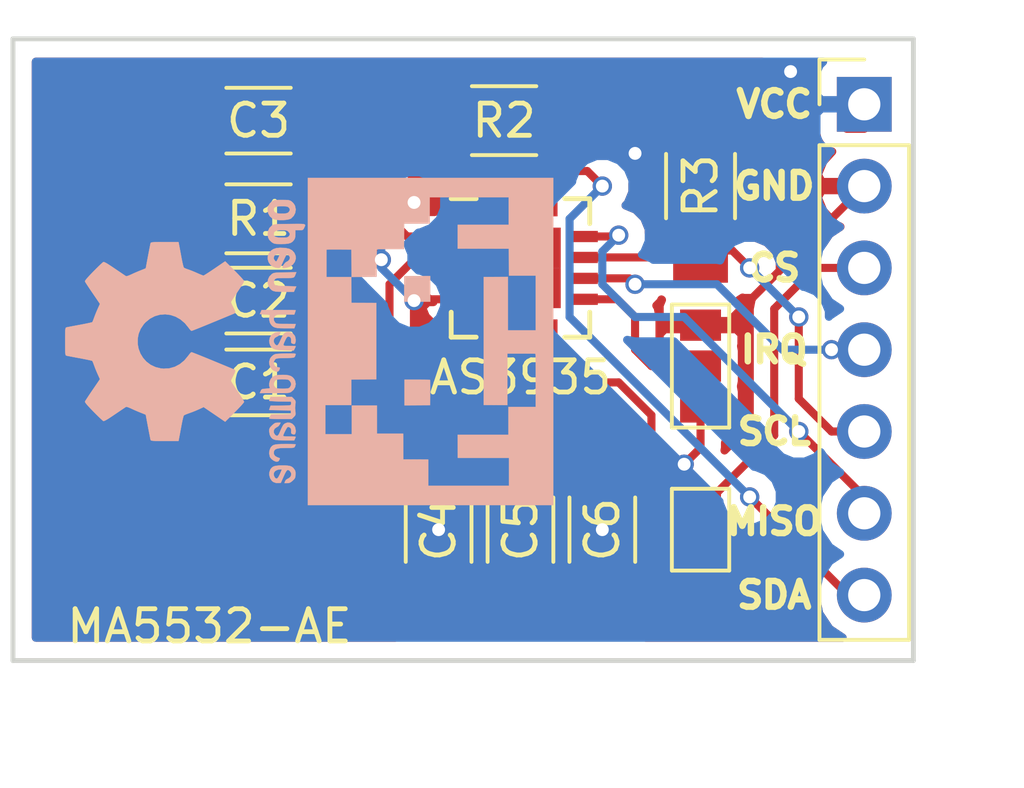
<source format=kicad_pcb>
(kicad_pcb (version 4) (host pcbnew 4.0.6)

  (general
    (links 36)
    (no_connects 0)
    (area 141.910999 85.776999 170.001001 105.231001)
    (thickness 1.6)
    (drawings 11)
    (tracks 129)
    (zones 0)
    (modules 16)
    (nets 12)
  )

  (page A4)
  (layers
    (0 F.Cu signal)
    (31 B.Cu signal)
    (32 B.Adhes user)
    (33 F.Adhes user)
    (34 B.Paste user)
    (35 F.Paste user)
    (36 B.SilkS user)
    (37 F.SilkS user)
    (38 B.Mask user)
    (39 F.Mask user)
    (40 Dwgs.User user)
    (41 Cmts.User user)
    (42 Eco1.User user)
    (43 Eco2.User user)
    (44 Edge.Cuts user)
    (45 Margin user)
    (46 B.CrtYd user)
    (47 F.CrtYd user)
    (48 B.Fab user)
    (49 F.Fab user)
  )

  (setup
    (last_trace_width 0.25)
    (trace_clearance 0.2)
    (zone_clearance 0.508)
    (zone_45_only no)
    (trace_min 0.2)
    (segment_width 0.2)
    (edge_width 0.15)
    (via_size 0.6)
    (via_drill 0.4)
    (via_min_size 0.4)
    (via_min_drill 0.3)
    (uvia_size 0.3)
    (uvia_drill 0.1)
    (uvias_allowed no)
    (uvia_min_size 0.2)
    (uvia_min_drill 0.1)
    (pcb_text_width 0.3)
    (pcb_text_size 1.5 1.5)
    (mod_edge_width 0.15)
    (mod_text_size 1 1)
    (mod_text_width 0.15)
    (pad_size 1.524 1.524)
    (pad_drill 0.762)
    (pad_to_mask_clearance 0.2)
    (aux_axis_origin 0 0)
    (visible_elements FFFFFF7F)
    (pcbplotparams
      (layerselection 0x00030_80000001)
      (usegerberextensions false)
      (excludeedgelayer true)
      (linewidth 0.100000)
      (plotframeref false)
      (viasonmask false)
      (mode 1)
      (useauxorigin false)
      (hpglpennumber 1)
      (hpglpenspeed 20)
      (hpglpendiameter 15)
      (hpglpenoverlay 2)
      (psnegative false)
      (psa4output false)
      (plotreference true)
      (plotvalue true)
      (plotinvisibletext false)
      (padsonsilk false)
      (subtractmaskfromsilk false)
      (outputformat 1)
      (mirror false)
      (drillshape 1)
      (scaleselection 1)
      (outputdirectory ""))
  )

  (net 0 "")
  (net 1 "Net-(C1-Pad1)")
  (net 2 GND)
  (net 3 "Net-(C3-Pad2)")
  (net 4 VCC)
  (net 5 "Net-(C5-Pad1)")
  (net 6 /CS)
  (net 7 /SI)
  (net 8 /IRQ)
  (net 9 /SCL)
  (net 10 /MISO)
  (net 11 /SDA/MOSB)

  (net_class Default "This is the default net class."
    (clearance 0.2)
    (trace_width 0.25)
    (via_dia 0.6)
    (via_drill 0.4)
    (uvia_dia 0.3)
    (uvia_drill 0.1)
    (add_net /CS)
    (add_net /IRQ)
    (add_net /MISO)
    (add_net /SCL)
    (add_net /SDA/MOSB)
    (add_net /SI)
    (add_net GND)
    (add_net "Net-(C1-Pad1)")
    (add_net "Net-(C3-Pad2)")
    (add_net "Net-(C5-Pad1)")
    (add_net VCC)
  )

  (module LOGO (layer B.Cu) (tedit 0) (tstamp 59BDB484)
    (at 154.94 95.25 270)
    (fp_text reference G*** (at 0 0 270) (layer B.SilkS) hide
      (effects (font (thickness 0.3)) (justify mirror))
    )
    (fp_text value LOGO (at 0.75 0 270) (layer B.SilkS) hide
      (effects (font (thickness 0.3)) (justify mirror))
    )
    (fp_poly (pts (xy 5.08 -3.81) (xy -5.08 -3.81) (xy -5.08 0.0254) (xy -4.478867 0.0254)
      (xy -4.478867 -2.429933) (xy -3.623734 -2.429933) (xy -3.623734 -0.846667) (xy -2.887221 -0.846667)
      (xy -2.885061 -1.640417) (xy -2.8829 -2.434167) (xy -2.048934 -2.438559) (xy -2.048934 -3.268133)
      (xy -0.347134 -3.268133) (xy -0.347134 -2.404533) (xy -2.006777 -2.404533) (xy -2.002367 -1.655233)
      (xy 1.968499 -1.655233) (xy 1.970706 -2.021417) (xy 1.972913 -2.3876) (xy 0.372533 -2.3876)
      (xy 0.372533 -2.814474) (xy 0.372632 -2.898242) (xy 0.372918 -2.977092) (xy 0.373369 -3.04936)
      (xy 0.373968 -3.113382) (xy 0.374694 -3.167494) (xy 0.375529 -3.210033) (xy 0.376452 -3.239334)
      (xy 0.377445 -3.253734) (xy 0.377672 -3.254741) (xy 0.379717 -3.256971) (xy 0.38469 -3.258942)
      (xy 0.393567 -3.260669) (xy 0.407326 -3.262168) (xy 0.426944 -3.263455) (xy 0.4534 -3.264546)
      (xy 0.48767 -3.265456) (xy 0.530732 -3.266202) (xy 0.583564 -3.266798) (xy 0.647143 -3.267261)
      (xy 0.722446 -3.267607) (xy 0.810451 -3.267851) (xy 0.912136 -3.268009) (xy 1.028478 -3.268098)
      (xy 1.160455 -3.268131) (xy 1.207405 -3.268133) (xy 2.031999 -3.268133) (xy 2.031999 -2.421467)
      (xy 2.895599 -2.421467) (xy 2.895599 -1.633975) (xy 2.8956 -0.846483) (xy 3.253316 -0.848691)
      (xy 3.611033 -0.8509) (xy 3.611033 -2.438402) (xy 4.04495 -2.438401) (xy 4.478866 -2.4384)
      (xy 4.478866 0.067734) (xy 3.666237 0.067734) (xy 3.664035 0.455084) (xy 3.661833 0.842433)
      (xy 2.861733 0.846833) (xy 2.861733 1.659467) (xy 1.989666 1.659467) (xy 1.989666 2.4384)
      (xy 2.878666 2.4384) (xy 2.878666 3.259667) (xy 1.972733 3.259667) (xy 1.972733 2.455333)
      (xy 1.177037 2.455333) (xy 1.172633 1.680633) (xy -1.198034 1.680633) (xy -1.199612 2.065867)
      (xy -1.201191 2.4511) (xy -1.599662 2.4533) (xy -1.998134 2.455499) (xy -1.998134 3.2258)
      (xy -2.852945 3.2258) (xy -2.857574 3.20675) (xy -2.858496 3.194465) (xy -2.85925 3.167086)
      (xy -2.859825 3.126453) (xy -2.860211 3.074404) (xy -2.860396 3.012779) (xy -2.86037 2.943416)
      (xy -2.860122 2.868155) (xy -2.859852 2.8194) (xy -2.8575 2.4511) (xy -2.00643 2.44671)
      (xy -2.008632 2.059438) (xy -2.010834 1.672167) (xy -2.440517 1.669973) (xy -2.8702 1.667778)
      (xy -2.8702 0.821434) (xy -3.266017 0.819234) (xy -3.661834 0.817033) (xy -3.664034 0.421217)
      (xy -3.666235 0.0254) (xy -4.478867 0.0254) (xy -5.08 0.0254) (xy -5.08 3.801533)
      (xy 5.08 3.801533) (xy 5.08 -3.81)) (layer B.SilkS) (width 0.01))
    (fp_poly (pts (xy -1.236134 0.008467) (xy -2.032166 0.008467) (xy -2.029967 0.408517) (xy -2.027767 0.808567)
      (xy -1.631951 0.811024) (xy -1.236134 0.813482) (xy -1.236134 0.008467)) (layer B.SilkS) (width 0.01))
    (fp_poly (pts (xy 1.979167 0.408517) (xy 1.976966 0.0127) (xy 1.586878 0.0105) (xy 1.50718 0.010172)
      (xy 1.432711 0.010099) (xy 1.365173 0.010267) (xy 1.306269 0.01066) (xy 1.257701 0.011263)
      (xy 1.221173 0.012061) (xy 1.198387 0.013038) (xy 1.191061 0.014028) (xy 1.189896 0.023408)
      (xy 1.18881 0.048024) (xy 1.187828 0.086178) (xy 1.186975 0.136171) (xy 1.186274 0.196307)
      (xy 1.185751 0.264886) (xy 1.185429 0.340212) (xy 1.185333 0.412045) (xy 1.185333 0.804333)
      (xy 1.981367 0.804333) (xy 1.979167 0.408517)) (layer B.SilkS) (width 0.01))
  )

  (module Capacitors_SMD:C_1206_HandSoldering (layer F.Cu) (tedit 59BD5815) (tstamp 59BD30EF)
    (at 149.606 96.52)
    (descr "Capacitor SMD 1206, hand soldering")
    (tags "capacitor 1206")
    (path /5996004D)
    (attr smd)
    (fp_text reference C1 (at 0 0) (layer F.SilkS)
      (effects (font (size 1 1) (thickness 0.15)))
    )
    (fp_text value 270pF (at -5.588 0) (layer F.Fab)
      (effects (font (size 1 1) (thickness 0.15)))
    )
    (fp_text user %R (at 0 0) (layer F.Fab)
      (effects (font (size 1 1) (thickness 0.15)))
    )
    (fp_line (start -1.6 0.8) (end -1.6 -0.8) (layer F.Fab) (width 0.1))
    (fp_line (start 1.6 0.8) (end -1.6 0.8) (layer F.Fab) (width 0.1))
    (fp_line (start 1.6 -0.8) (end 1.6 0.8) (layer F.Fab) (width 0.1))
    (fp_line (start -1.6 -0.8) (end 1.6 -0.8) (layer F.Fab) (width 0.1))
    (fp_line (start 1 -1.02) (end -1 -1.02) (layer F.SilkS) (width 0.12))
    (fp_line (start -1 1.02) (end 1 1.02) (layer F.SilkS) (width 0.12))
    (fp_line (start -3.25 -1.05) (end 3.25 -1.05) (layer F.CrtYd) (width 0.05))
    (fp_line (start -3.25 -1.05) (end -3.25 1.05) (layer F.CrtYd) (width 0.05))
    (fp_line (start 3.25 1.05) (end 3.25 -1.05) (layer F.CrtYd) (width 0.05))
    (fp_line (start 3.25 1.05) (end -3.25 1.05) (layer F.CrtYd) (width 0.05))
    (pad 1 smd rect (at -2 0) (size 2 1.6) (layers F.Cu F.Paste F.Mask)
      (net 1 "Net-(C1-Pad1)"))
    (pad 2 smd rect (at 2 0) (size 2 1.6) (layers F.Cu F.Paste F.Mask)
      (net 2 GND))
    (model Capacitors_SMD.3dshapes/C_1206.wrl
      (at (xyz 0 0 0))
      (scale (xyz 1 1 1))
      (rotate (xyz 0 0 0))
    )
  )

  (module Capacitors_SMD:C_1206_HandSoldering (layer F.Cu) (tedit 59BD5812) (tstamp 59BD30F5)
    (at 149.606 93.98)
    (descr "Capacitor SMD 1206, hand soldering")
    (tags "capacitor 1206")
    (path /59960020)
    (attr smd)
    (fp_text reference C2 (at 0 0) (layer F.SilkS)
      (effects (font (size 1 1) (thickness 0.15)))
    )
    (fp_text value 680pF (at -5.588 0) (layer F.Fab)
      (effects (font (size 1 1) (thickness 0.15)))
    )
    (fp_text user %R (at 0 0) (layer F.Fab)
      (effects (font (size 1 1) (thickness 0.15)))
    )
    (fp_line (start -1.6 0.8) (end -1.6 -0.8) (layer F.Fab) (width 0.1))
    (fp_line (start 1.6 0.8) (end -1.6 0.8) (layer F.Fab) (width 0.1))
    (fp_line (start 1.6 -0.8) (end 1.6 0.8) (layer F.Fab) (width 0.1))
    (fp_line (start -1.6 -0.8) (end 1.6 -0.8) (layer F.Fab) (width 0.1))
    (fp_line (start 1 -1.02) (end -1 -1.02) (layer F.SilkS) (width 0.12))
    (fp_line (start -1 1.02) (end 1 1.02) (layer F.SilkS) (width 0.12))
    (fp_line (start -3.25 -1.05) (end 3.25 -1.05) (layer F.CrtYd) (width 0.05))
    (fp_line (start -3.25 -1.05) (end -3.25 1.05) (layer F.CrtYd) (width 0.05))
    (fp_line (start 3.25 1.05) (end 3.25 -1.05) (layer F.CrtYd) (width 0.05))
    (fp_line (start 3.25 1.05) (end -3.25 1.05) (layer F.CrtYd) (width 0.05))
    (pad 1 smd rect (at -2 0) (size 2 1.6) (layers F.Cu F.Paste F.Mask)
      (net 1 "Net-(C1-Pad1)"))
    (pad 2 smd rect (at 2 0) (size 2 1.6) (layers F.Cu F.Paste F.Mask)
      (net 2 GND))
    (model Capacitors_SMD.3dshapes/C_1206.wrl
      (at (xyz 0 0 0))
      (scale (xyz 1 1 1))
      (rotate (xyz 0 0 0))
    )
  )

  (module Capacitors_SMD:C_1206_HandSoldering (layer F.Cu) (tedit 59BD581B) (tstamp 59BD30FB)
    (at 149.606 88.392)
    (descr "Capacitor SMD 1206, hand soldering")
    (tags "capacitor 1206")
    (path /5995FE64)
    (attr smd)
    (fp_text reference C3 (at 0 0) (layer F.SilkS)
      (effects (font (size 1 1) (thickness 0.15)))
    )
    (fp_text value 10uF (at -5.08 0) (layer F.Fab)
      (effects (font (size 1 1) (thickness 0.15)))
    )
    (fp_text user %R (at 0 0) (layer F.Fab)
      (effects (font (size 1 1) (thickness 0.15)))
    )
    (fp_line (start -1.6 0.8) (end -1.6 -0.8) (layer F.Fab) (width 0.1))
    (fp_line (start 1.6 0.8) (end -1.6 0.8) (layer F.Fab) (width 0.1))
    (fp_line (start 1.6 -0.8) (end 1.6 0.8) (layer F.Fab) (width 0.1))
    (fp_line (start -1.6 -0.8) (end 1.6 -0.8) (layer F.Fab) (width 0.1))
    (fp_line (start 1 -1.02) (end -1 -1.02) (layer F.SilkS) (width 0.12))
    (fp_line (start -1 1.02) (end 1 1.02) (layer F.SilkS) (width 0.12))
    (fp_line (start -3.25 -1.05) (end 3.25 -1.05) (layer F.CrtYd) (width 0.05))
    (fp_line (start -3.25 -1.05) (end -3.25 1.05) (layer F.CrtYd) (width 0.05))
    (fp_line (start 3.25 1.05) (end 3.25 -1.05) (layer F.CrtYd) (width 0.05))
    (fp_line (start 3.25 1.05) (end -3.25 1.05) (layer F.CrtYd) (width 0.05))
    (pad 1 smd rect (at -2 0) (size 2 1.6) (layers F.Cu F.Paste F.Mask)
      (net 2 GND))
    (pad 2 smd rect (at 2 0) (size 2 1.6) (layers F.Cu F.Paste F.Mask)
      (net 3 "Net-(C3-Pad2)"))
    (model Capacitors_SMD.3dshapes/C_1206.wrl
      (at (xyz 0 0 0))
      (scale (xyz 1 1 1))
      (rotate (xyz 0 0 0))
    )
  )

  (module Capacitors_SMD:C_1206_HandSoldering (layer F.Cu) (tedit 59BD586A) (tstamp 59BD3101)
    (at 155.194 101.092 270)
    (descr "Capacitor SMD 1206, hand soldering")
    (tags "capacitor 1206")
    (path /59961B3E)
    (attr smd)
    (fp_text reference C4 (at 0 0 270) (layer F.SilkS)
      (effects (font (size 1 1) (thickness 0.15)))
    )
    (fp_text value 100nF (at 5.588 0 270) (layer F.Fab)
      (effects (font (size 1 1) (thickness 0.15)))
    )
    (fp_text user %R (at 0 0 270) (layer F.Fab)
      (effects (font (size 1 1) (thickness 0.15)))
    )
    (fp_line (start -1.6 0.8) (end -1.6 -0.8) (layer F.Fab) (width 0.1))
    (fp_line (start 1.6 0.8) (end -1.6 0.8) (layer F.Fab) (width 0.1))
    (fp_line (start 1.6 -0.8) (end 1.6 0.8) (layer F.Fab) (width 0.1))
    (fp_line (start -1.6 -0.8) (end 1.6 -0.8) (layer F.Fab) (width 0.1))
    (fp_line (start 1 -1.02) (end -1 -1.02) (layer F.SilkS) (width 0.12))
    (fp_line (start -1 1.02) (end 1 1.02) (layer F.SilkS) (width 0.12))
    (fp_line (start -3.25 -1.05) (end 3.25 -1.05) (layer F.CrtYd) (width 0.05))
    (fp_line (start -3.25 -1.05) (end -3.25 1.05) (layer F.CrtYd) (width 0.05))
    (fp_line (start 3.25 1.05) (end 3.25 -1.05) (layer F.CrtYd) (width 0.05))
    (fp_line (start 3.25 1.05) (end -3.25 1.05) (layer F.CrtYd) (width 0.05))
    (pad 1 smd rect (at -2 0 270) (size 2 1.6) (layers F.Cu F.Paste F.Mask)
      (net 4 VCC))
    (pad 2 smd rect (at 2 0 270) (size 2 1.6) (layers F.Cu F.Paste F.Mask)
      (net 2 GND))
    (model Capacitors_SMD.3dshapes/C_1206.wrl
      (at (xyz 0 0 0))
      (scale (xyz 1 1 1))
      (rotate (xyz 0 0 0))
    )
  )

  (module Capacitors_SMD:C_1206_HandSoldering (layer F.Cu) (tedit 59BD5867) (tstamp 59BD3107)
    (at 157.734 101.092 270)
    (descr "Capacitor SMD 1206, hand soldering")
    (tags "capacitor 1206")
    (path /59960B32)
    (attr smd)
    (fp_text reference C5 (at 0 0 270) (layer F.SilkS)
      (effects (font (size 1 1) (thickness 0.15)))
    )
    (fp_text value 1uF (at 4.572 0 270) (layer F.Fab)
      (effects (font (size 1 1) (thickness 0.15)))
    )
    (fp_text user %R (at 0 0 270) (layer F.Fab)
      (effects (font (size 1 1) (thickness 0.15)))
    )
    (fp_line (start -1.6 0.8) (end -1.6 -0.8) (layer F.Fab) (width 0.1))
    (fp_line (start 1.6 0.8) (end -1.6 0.8) (layer F.Fab) (width 0.1))
    (fp_line (start 1.6 -0.8) (end 1.6 0.8) (layer F.Fab) (width 0.1))
    (fp_line (start -1.6 -0.8) (end 1.6 -0.8) (layer F.Fab) (width 0.1))
    (fp_line (start 1 -1.02) (end -1 -1.02) (layer F.SilkS) (width 0.12))
    (fp_line (start -1 1.02) (end 1 1.02) (layer F.SilkS) (width 0.12))
    (fp_line (start -3.25 -1.05) (end 3.25 -1.05) (layer F.CrtYd) (width 0.05))
    (fp_line (start -3.25 -1.05) (end -3.25 1.05) (layer F.CrtYd) (width 0.05))
    (fp_line (start 3.25 1.05) (end 3.25 -1.05) (layer F.CrtYd) (width 0.05))
    (fp_line (start 3.25 1.05) (end -3.25 1.05) (layer F.CrtYd) (width 0.05))
    (pad 1 smd rect (at -2 0 270) (size 2 1.6) (layers F.Cu F.Paste F.Mask)
      (net 5 "Net-(C5-Pad1)"))
    (pad 2 smd rect (at 2 0 270) (size 2 1.6) (layers F.Cu F.Paste F.Mask)
      (net 2 GND))
    (model Capacitors_SMD.3dshapes/C_1206.wrl
      (at (xyz 0 0 0))
      (scale (xyz 1 1 1))
      (rotate (xyz 0 0 0))
    )
  )

  (module Capacitors_SMD:C_1206_HandSoldering (layer F.Cu) (tedit 59BD5860) (tstamp 59BD310D)
    (at 160.274 101.092 90)
    (descr "Capacitor SMD 1206, hand soldering")
    (tags "capacitor 1206")
    (path /59961C3D)
    (attr smd)
    (fp_text reference C6 (at 0 0 90) (layer F.SilkS)
      (effects (font (size 1 1) (thickness 0.15)))
    )
    (fp_text value 1uF (at -4.572 0 90) (layer F.Fab)
      (effects (font (size 1 1) (thickness 0.15)))
    )
    (fp_text user %R (at 0 0 90) (layer F.Fab)
      (effects (font (size 1 1) (thickness 0.15)))
    )
    (fp_line (start -1.6 0.8) (end -1.6 -0.8) (layer F.Fab) (width 0.1))
    (fp_line (start 1.6 0.8) (end -1.6 0.8) (layer F.Fab) (width 0.1))
    (fp_line (start 1.6 -0.8) (end 1.6 0.8) (layer F.Fab) (width 0.1))
    (fp_line (start -1.6 -0.8) (end 1.6 -0.8) (layer F.Fab) (width 0.1))
    (fp_line (start 1 -1.02) (end -1 -1.02) (layer F.SilkS) (width 0.12))
    (fp_line (start -1 1.02) (end 1 1.02) (layer F.SilkS) (width 0.12))
    (fp_line (start -3.25 -1.05) (end 3.25 -1.05) (layer F.CrtYd) (width 0.05))
    (fp_line (start -3.25 -1.05) (end -3.25 1.05) (layer F.CrtYd) (width 0.05))
    (fp_line (start 3.25 1.05) (end 3.25 -1.05) (layer F.CrtYd) (width 0.05))
    (fp_line (start 3.25 1.05) (end -3.25 1.05) (layer F.CrtYd) (width 0.05))
    (pad 1 smd rect (at -2 0 90) (size 2 1.6) (layers F.Cu F.Paste F.Mask)
      (net 2 GND))
    (pad 2 smd rect (at 2 0 90) (size 2 1.6) (layers F.Cu F.Paste F.Mask)
      (net 4 VCC))
    (model Capacitors_SMD.3dshapes/C_1206.wrl
      (at (xyz 0 0 0))
      (scale (xyz 1 1 1))
      (rotate (xyz 0 0 0))
    )
  )

  (module MA5532-AE:MA5532-AE (layer F.Cu) (tedit 59BD5A45) (tstamp 59BD312B)
    (at 148.082 101.092 180)
    (path /599603BE)
    (fp_text reference L1 (at 0 3 180) (layer F.Fab)
      (effects (font (size 1 1) (thickness 0.15)))
    )
    (fp_text value MA5532-AE (at 0 -3 180) (layer F.SilkS)
      (effects (font (size 1 1) (thickness 0.15)))
    )
    (pad 1 smd rect (at -4 0 180) (size 1.3 3.2) (layers F.Cu F.Paste F.Mask)
      (net 1 "Net-(C1-Pad1)"))
    (pad 2 smd rect (at 4 0 180) (size 1.3 3.2) (layers F.Cu F.Paste F.Mask)
      (net 2 GND))
  )

  (module Resistors_SMD:R_1206_HandSoldering (layer F.Cu) (tedit 59BD5822) (tstamp 59BD3131)
    (at 149.606 91.44)
    (descr "Resistor SMD 1206, hand soldering")
    (tags "resistor 1206")
    (path /5995FF6C)
    (attr smd)
    (fp_text reference R1 (at 0 0) (layer F.SilkS)
      (effects (font (size 1 1) (thickness 0.15)))
    )
    (fp_text value 10k (at -4.572 0) (layer F.Fab)
      (effects (font (size 1 1) (thickness 0.15)))
    )
    (fp_text user %R (at 0 0) (layer F.Fab)
      (effects (font (size 1 1) (thickness 0.15)))
    )
    (fp_line (start -1.6 0.8) (end -1.6 -0.8) (layer F.Fab) (width 0.1))
    (fp_line (start 1.6 0.8) (end -1.6 0.8) (layer F.Fab) (width 0.1))
    (fp_line (start 1.6 -0.8) (end 1.6 0.8) (layer F.Fab) (width 0.1))
    (fp_line (start -1.6 -0.8) (end 1.6 -0.8) (layer F.Fab) (width 0.1))
    (fp_line (start 1 1.07) (end -1 1.07) (layer F.SilkS) (width 0.12))
    (fp_line (start -1 -1.07) (end 1 -1.07) (layer F.SilkS) (width 0.12))
    (fp_line (start -3.25 -1.11) (end 3.25 -1.11) (layer F.CrtYd) (width 0.05))
    (fp_line (start -3.25 -1.11) (end -3.25 1.1) (layer F.CrtYd) (width 0.05))
    (fp_line (start 3.25 1.1) (end 3.25 -1.11) (layer F.CrtYd) (width 0.05))
    (fp_line (start 3.25 1.1) (end -3.25 1.1) (layer F.CrtYd) (width 0.05))
    (pad 1 smd rect (at -2 0) (size 2 1.7) (layers F.Cu F.Paste F.Mask)
      (net 1 "Net-(C1-Pad1)"))
    (pad 2 smd rect (at 2 0) (size 2 1.7) (layers F.Cu F.Paste F.Mask)
      (net 2 GND))
    (model Resistors_SMD.3dshapes/R_1206.wrl
      (at (xyz 0 0 0))
      (scale (xyz 1 1 1))
      (rotate (xyz 0 0 0))
    )
  )

  (module Resistors_SMD:R_1206_HandSoldering (layer F.Cu) (tedit 59BD5833) (tstamp 59BD3137)
    (at 157.226 88.392 180)
    (descr "Resistor SMD 1206, hand soldering")
    (tags "resistor 1206")
    (path /59961904)
    (attr smd)
    (fp_text reference R2 (at 0 0 180) (layer F.SilkS)
      (effects (font (size 1 1) (thickness 0.15)))
    )
    (fp_text value 10k (at 0 1.9 180) (layer F.Fab)
      (effects (font (size 1 1) (thickness 0.15)))
    )
    (fp_text user %R (at 0 0 180) (layer F.Fab)
      (effects (font (size 1 1) (thickness 0.15)))
    )
    (fp_line (start -1.6 0.8) (end -1.6 -0.8) (layer F.Fab) (width 0.1))
    (fp_line (start 1.6 0.8) (end -1.6 0.8) (layer F.Fab) (width 0.1))
    (fp_line (start 1.6 -0.8) (end 1.6 0.8) (layer F.Fab) (width 0.1))
    (fp_line (start -1.6 -0.8) (end 1.6 -0.8) (layer F.Fab) (width 0.1))
    (fp_line (start 1 1.07) (end -1 1.07) (layer F.SilkS) (width 0.12))
    (fp_line (start -1 -1.07) (end 1 -1.07) (layer F.SilkS) (width 0.12))
    (fp_line (start -3.25 -1.11) (end 3.25 -1.11) (layer F.CrtYd) (width 0.05))
    (fp_line (start -3.25 -1.11) (end -3.25 1.1) (layer F.CrtYd) (width 0.05))
    (fp_line (start 3.25 1.1) (end 3.25 -1.11) (layer F.CrtYd) (width 0.05))
    (fp_line (start 3.25 1.1) (end -3.25 1.1) (layer F.CrtYd) (width 0.05))
    (pad 1 smd rect (at -2 0 180) (size 2 1.7) (layers F.Cu F.Paste F.Mask)
      (net 4 VCC))
    (pad 2 smd rect (at 2 0 180) (size 2 1.7) (layers F.Cu F.Paste F.Mask)
      (net 11 /SDA/MOSB))
    (model Resistors_SMD.3dshapes/R_1206.wrl
      (at (xyz 0 0 0))
      (scale (xyz 1 1 1))
      (rotate (xyz 0 0 0))
    )
  )

  (module Resistors_SMD:R_1206_HandSoldering (layer F.Cu) (tedit 59BD5872) (tstamp 59BD313D)
    (at 163.322 90.424 270)
    (descr "Resistor SMD 1206, hand soldering")
    (tags "resistor 1206")
    (path /59961747)
    (attr smd)
    (fp_text reference R3 (at 0 0 270) (layer F.SilkS)
      (effects (font (size 1 1) (thickness 0.15)))
    )
    (fp_text value 10k (at -4.064 0 360) (layer F.Fab)
      (effects (font (size 1 1) (thickness 0.15)))
    )
    (fp_text user %R (at 0 0 270) (layer F.Fab)
      (effects (font (size 1 1) (thickness 0.15)))
    )
    (fp_line (start -1.6 0.8) (end -1.6 -0.8) (layer F.Fab) (width 0.1))
    (fp_line (start 1.6 0.8) (end -1.6 0.8) (layer F.Fab) (width 0.1))
    (fp_line (start 1.6 -0.8) (end 1.6 0.8) (layer F.Fab) (width 0.1))
    (fp_line (start -1.6 -0.8) (end 1.6 -0.8) (layer F.Fab) (width 0.1))
    (fp_line (start 1 1.07) (end -1 1.07) (layer F.SilkS) (width 0.12))
    (fp_line (start -1 -1.07) (end 1 -1.07) (layer F.SilkS) (width 0.12))
    (fp_line (start -3.25 -1.11) (end 3.25 -1.11) (layer F.CrtYd) (width 0.05))
    (fp_line (start -3.25 -1.11) (end -3.25 1.1) (layer F.CrtYd) (width 0.05))
    (fp_line (start 3.25 1.1) (end 3.25 -1.11) (layer F.CrtYd) (width 0.05))
    (fp_line (start 3.25 1.1) (end -3.25 1.1) (layer F.CrtYd) (width 0.05))
    (pad 1 smd rect (at -2 0 270) (size 2 1.7) (layers F.Cu F.Paste F.Mask)
      (net 4 VCC))
    (pad 2 smd rect (at 2 0 270) (size 2 1.7) (layers F.Cu F.Paste F.Mask)
      (net 9 /SCL))
    (model Resistors_SMD.3dshapes/R_1206.wrl
      (at (xyz 0 0 0))
      (scale (xyz 1 1 1))
      (rotate (xyz 0 0 0))
    )
  )

  (module Housings_DFN_QFN:QFN-16-1EP_4x4mm_Pitch0.65mm (layer F.Cu) (tedit 59BD5A1C) (tstamp 59BD3155)
    (at 157.734 92.964)
    (descr "16-Lead Plastic Quad Flat, No Lead Package (ML) - 4x4x0.9 mm Body [QFN]; (see Microchip Packaging Specification 00000049BS.pdf)")
    (tags "QFN 0.65")
    (path /5995FC5E)
    (attr smd)
    (fp_text reference U1 (at 0 -3.4) (layer F.Fab)
      (effects (font (size 1 1) (thickness 0.15)))
    )
    (fp_text value AS3935 (at 0 3.4) (layer F.SilkS)
      (effects (font (size 1 1) (thickness 0.15)))
    )
    (fp_line (start -1 -2) (end 2 -2) (layer F.Fab) (width 0.15))
    (fp_line (start 2 -2) (end 2 2) (layer F.Fab) (width 0.15))
    (fp_line (start 2 2) (end -2 2) (layer F.Fab) (width 0.15))
    (fp_line (start -2 2) (end -2 -1) (layer F.Fab) (width 0.15))
    (fp_line (start -2 -1) (end -1 -2) (layer F.Fab) (width 0.15))
    (fp_line (start -2.65 -2.65) (end -2.65 2.65) (layer F.CrtYd) (width 0.05))
    (fp_line (start 2.65 -2.65) (end 2.65 2.65) (layer F.CrtYd) (width 0.05))
    (fp_line (start -2.65 -2.65) (end 2.65 -2.65) (layer F.CrtYd) (width 0.05))
    (fp_line (start -2.65 2.65) (end 2.65 2.65) (layer F.CrtYd) (width 0.05))
    (fp_line (start 2.15 -2.15) (end 2.15 -1.375) (layer F.SilkS) (width 0.15))
    (fp_line (start -2.15 2.15) (end -2.15 1.375) (layer F.SilkS) (width 0.15))
    (fp_line (start 2.15 2.15) (end 2.15 1.375) (layer F.SilkS) (width 0.15))
    (fp_line (start -2.15 -2.15) (end -1.375 -2.15) (layer F.SilkS) (width 0.15))
    (fp_line (start -2.15 2.15) (end -1.375 2.15) (layer F.SilkS) (width 0.15))
    (fp_line (start 2.15 2.15) (end 1.375 2.15) (layer F.SilkS) (width 0.15))
    (fp_line (start 2.15 -2.15) (end 1.375 -2.15) (layer F.SilkS) (width 0.15))
    (pad 1 smd rect (at -2 -0.975) (size 0.8 0.35) (layers F.Cu F.Paste F.Mask)
      (net 3 "Net-(C3-Pad2)"))
    (pad 2 smd rect (at -2 -0.325) (size 0.8 0.35) (layers F.Cu F.Paste F.Mask)
      (net 1 "Net-(C1-Pad1)"))
    (pad 3 smd rect (at -2 0.325) (size 0.8 0.35) (layers F.Cu F.Paste F.Mask)
      (net 2 GND))
    (pad 4 smd rect (at -2 0.975) (size 0.8 0.35) (layers F.Cu F.Paste F.Mask)
      (net 2 GND))
    (pad 5 smd rect (at -0.975 2 90) (size 0.8 0.35) (layers F.Cu F.Paste F.Mask)
      (net 4 VCC))
    (pad 6 smd rect (at -0.325 2 90) (size 0.8 0.35) (layers F.Cu F.Paste F.Mask)
      (net 5 "Net-(C5-Pad1)"))
    (pad 7 smd rect (at 0.325 2 90) (size 0.8 0.35) (layers F.Cu F.Paste F.Mask)
      (net 4 VCC))
    (pad 8 smd rect (at 0.975 2 90) (size 0.8 0.35) (layers F.Cu F.Paste F.Mask)
      (net 6 /CS))
    (pad 9 smd rect (at 2 0.975) (size 0.8 0.35) (layers F.Cu F.Paste F.Mask)
      (net 7 /SI))
    (pad 10 smd rect (at 2 0.325) (size 0.8 0.35) (layers F.Cu F.Paste F.Mask)
      (net 8 /IRQ))
    (pad 11 smd rect (at 2 -0.325) (size 0.8 0.35) (layers F.Cu F.Paste F.Mask)
      (net 9 /SCL))
    (pad 12 smd rect (at 2 -0.975) (size 0.8 0.35) (layers F.Cu F.Paste F.Mask)
      (net 10 /MISO))
    (pad 13 smd rect (at 0.975 -2 90) (size 0.8 0.35) (layers F.Cu F.Paste F.Mask)
      (net 11 /SDA/MOSB))
    (pad 14 smd rect (at 0.325 -2 90) (size 0.8 0.35) (layers F.Cu F.Paste F.Mask))
    (pad 15 smd rect (at -0.325 -2 90) (size 0.8 0.35) (layers F.Cu F.Paste F.Mask)
      (net 2 GND))
    (pad 16 smd rect (at -0.975 -2 90) (size 0.8 0.35) (layers F.Cu F.Paste F.Mask)
      (net 2 GND))
    (pad 17 smd rect (at 0.625 0.625) (size 1.25 1.25) (layers F.Cu F.Paste F.Mask)
      (solder_paste_margin_ratio -0.2))
    (pad 17 smd rect (at 0.625 -0.625) (size 1.25 1.25) (layers F.Cu F.Paste F.Mask)
      (solder_paste_margin_ratio -0.2))
    (pad 17 smd rect (at -0.625 0.625) (size 1.25 1.25) (layers F.Cu F.Paste F.Mask)
      (solder_paste_margin_ratio -0.2))
    (pad 17 smd rect (at -0.625 -0.625) (size 1.25 1.25) (layers F.Cu F.Paste F.Mask)
      (solder_paste_margin_ratio -0.2))
    (model Housings_DFN_QFN.3dshapes/QFN-16-1EP_4x4mm_Pitch0.65mm.wrl
      (at (xyz 0 0 0))
      (scale (xyz 1 1 1))
      (rotate (xyz 0 0 0))
    )
  )

  (module Pin_Headers:Pin_Header_Straight_1x07_Pitch2.54mm (layer F.Cu) (tedit 59BD5A67) (tstamp 59BD3417)
    (at 168.402 87.884)
    (descr "Through hole straight pin header, 1x07, 2.54mm pitch, single row")
    (tags "Through hole pin header THT 1x07 2.54mm single row")
    (path /59961413)
    (fp_text reference J3 (at 0 -2.39) (layer F.Fab)
      (effects (font (size 1 1) (thickness 0.15)))
    )
    (fp_text value CONN_01X07 (at 0 17.63) (layer F.Fab)
      (effects (font (size 1 1) (thickness 0.15)))
    )
    (fp_line (start -1.27 -1.27) (end -1.27 16.51) (layer F.Fab) (width 0.1))
    (fp_line (start -1.27 16.51) (end 1.27 16.51) (layer F.Fab) (width 0.1))
    (fp_line (start 1.27 16.51) (end 1.27 -1.27) (layer F.Fab) (width 0.1))
    (fp_line (start 1.27 -1.27) (end -1.27 -1.27) (layer F.Fab) (width 0.1))
    (fp_line (start -1.39 1.27) (end -1.39 16.63) (layer F.SilkS) (width 0.12))
    (fp_line (start -1.39 16.63) (end 1.39 16.63) (layer F.SilkS) (width 0.12))
    (fp_line (start 1.39 16.63) (end 1.39 1.27) (layer F.SilkS) (width 0.12))
    (fp_line (start 1.39 1.27) (end -1.39 1.27) (layer F.SilkS) (width 0.12))
    (fp_line (start -1.39 0) (end -1.39 -1.39) (layer F.SilkS) (width 0.12))
    (fp_line (start -1.39 -1.39) (end 0 -1.39) (layer F.SilkS) (width 0.12))
    (fp_line (start -1.6 -1.6) (end -1.6 16.8) (layer F.CrtYd) (width 0.05))
    (fp_line (start -1.6 16.8) (end 1.6 16.8) (layer F.CrtYd) (width 0.05))
    (fp_line (start 1.6 16.8) (end 1.6 -1.6) (layer F.CrtYd) (width 0.05))
    (fp_line (start 1.6 -1.6) (end -1.6 -1.6) (layer F.CrtYd) (width 0.05))
    (pad 1 thru_hole rect (at 0 0) (size 1.7 1.7) (drill 1) (layers *.Cu *.Mask)
      (net 4 VCC))
    (pad 2 thru_hole oval (at 0 2.54) (size 1.7 1.7) (drill 1) (layers *.Cu *.Mask)
      (net 2 GND))
    (pad 3 thru_hole oval (at 0 5.08) (size 1.7 1.7) (drill 1) (layers *.Cu *.Mask)
      (net 6 /CS))
    (pad 4 thru_hole oval (at 0 7.62) (size 1.7 1.7) (drill 1) (layers *.Cu *.Mask)
      (net 8 /IRQ))
    (pad 5 thru_hole oval (at 0 10.16) (size 1.7 1.7) (drill 1) (layers *.Cu *.Mask)
      (net 9 /SCL))
    (pad 6 thru_hole oval (at 0 12.7) (size 1.7 1.7) (drill 1) (layers *.Cu *.Mask)
      (net 10 /MISO))
    (pad 7 thru_hole oval (at 0 15.24) (size 1.7 1.7) (drill 1) (layers *.Cu *.Mask)
      (net 11 /SDA/MOSB))
    (model Pin_Headers.3dshapes/Pin_Header_Straight_1x07_Pitch2.54mm.wrl
      (at (xyz 0 -0.3 0))
      (scale (xyz 1 1 1))
      (rotate (xyz 0 0 90))
    )
  )

  (module Connectors:GS2 (layer F.Cu) (tedit 59BD5A22) (tstamp 59BD4F7B)
    (at 163.322 101.092 180)
    (descr "2-pin solder bridge")
    (tags "solder bridge")
    (path /59BD4F62)
    (attr smd)
    (fp_text reference J1 (at 1.78 0 270) (layer F.Fab)
      (effects (font (size 1 1) (thickness 0.15)))
    )
    (fp_text value GS2 (at -1.8 0 270) (layer F.Fab)
      (effects (font (size 1 1) (thickness 0.15)))
    )
    (fp_line (start 1.1 -1.45) (end 1.1 1.5) (layer F.CrtYd) (width 0.05))
    (fp_line (start 1.1 1.5) (end -1.1 1.5) (layer F.CrtYd) (width 0.05))
    (fp_line (start -1.1 1.5) (end -1.1 -1.45) (layer F.CrtYd) (width 0.05))
    (fp_line (start -1.1 -1.45) (end 1.1 -1.45) (layer F.CrtYd) (width 0.05))
    (fp_line (start -0.89 -1.27) (end -0.89 1.27) (layer F.SilkS) (width 0.12))
    (fp_line (start 0.89 1.27) (end 0.89 -1.27) (layer F.SilkS) (width 0.12))
    (fp_line (start 0.89 1.27) (end -0.89 1.27) (layer F.SilkS) (width 0.12))
    (fp_line (start -0.89 -1.27) (end 0.89 -1.27) (layer F.SilkS) (width 0.12))
    (pad 1 smd rect (at 0 -0.64 180) (size 1.27 0.97) (layers F.Cu F.Paste F.Mask)
      (net 2 GND))
    (pad 2 smd rect (at 0 0.64 180) (size 1.27 0.97) (layers F.Cu F.Paste F.Mask)
      (net 6 /CS))
  )

  (module Connectors:GS3 (layer F.Cu) (tedit 59BD5A29) (tstamp 59BD4F80)
    (at 163.322 96.012 180)
    (descr "3-pin solder bridge")
    (tags "solder bridge")
    (path /59BD4EA1)
    (attr smd)
    (fp_text reference J2 (at -1.7 0 270) (layer F.Fab)
      (effects (font (size 1 1) (thickness 0.15)))
    )
    (fp_text value GS3 (at 1.8 0 270) (layer F.Fab)
      (effects (font (size 1 1) (thickness 0.15)))
    )
    (fp_line (start -1.15 -2.15) (end 1.15 -2.15) (layer F.CrtYd) (width 0.05))
    (fp_line (start 1.15 -2.15) (end 1.15 2.15) (layer F.CrtYd) (width 0.05))
    (fp_line (start 1.15 2.15) (end -1.15 2.15) (layer F.CrtYd) (width 0.05))
    (fp_line (start -1.15 2.15) (end -1.15 -2.15) (layer F.CrtYd) (width 0.05))
    (fp_line (start -0.89 -1.91) (end -0.89 1.91) (layer F.SilkS) (width 0.12))
    (fp_line (start -0.89 1.91) (end 0.89 1.91) (layer F.SilkS) (width 0.12))
    (fp_line (start 0.89 1.91) (end 0.89 -1.91) (layer F.SilkS) (width 0.12))
    (fp_line (start -0.89 -1.91) (end 0.89 -1.91) (layer F.SilkS) (width 0.12))
    (pad 1 smd rect (at 0 -1.27 180) (size 1.27 0.97) (layers F.Cu F.Paste F.Mask)
      (net 4 VCC))
    (pad 2 smd rect (at 0 0 180) (size 1.27 0.97) (layers F.Cu F.Paste F.Mask)
      (net 7 /SI))
    (pad 3 smd rect (at 0 1.27 180) (size 1.27 0.97) (layers F.Cu F.Paste F.Mask)
      (net 2 GND))
  )

  (module Symbols:OSHW-Logo2_9.8x8mm_SilkScreen (layer B.Cu) (tedit 0) (tstamp 59BDB283)
    (at 147.32 95.25 270)
    (descr "Open Source Hardware Symbol")
    (tags "Logo Symbol OSHW")
    (attr virtual)
    (fp_text reference REF*** (at 0 0 270) (layer B.SilkS) hide
      (effects (font (size 1 1) (thickness 0.15)) (justify mirror))
    )
    (fp_text value OSHW-Logo2_9.8x8mm_SilkScreen (at 0.75 0 270) (layer B.Fab) hide
      (effects (font (size 1 1) (thickness 0.15)) (justify mirror))
    )
    (fp_poly (pts (xy -3.231114 -2.584505) (xy -3.156461 -2.621727) (xy -3.090569 -2.690261) (xy -3.072423 -2.715648)
      (xy -3.052655 -2.748866) (xy -3.039828 -2.784945) (xy -3.03249 -2.833098) (xy -3.029187 -2.902536)
      (xy -3.028462 -2.994206) (xy -3.031737 -3.11983) (xy -3.043123 -3.214154) (xy -3.064959 -3.284523)
      (xy -3.099581 -3.338286) (xy -3.14933 -3.382788) (xy -3.152986 -3.385423) (xy -3.202015 -3.412377)
      (xy -3.261055 -3.425712) (xy -3.336141 -3.429) (xy -3.458205 -3.429) (xy -3.458256 -3.547497)
      (xy -3.459392 -3.613492) (xy -3.466314 -3.652202) (xy -3.484402 -3.675419) (xy -3.519038 -3.694933)
      (xy -3.527355 -3.69892) (xy -3.56628 -3.717603) (xy -3.596417 -3.729403) (xy -3.618826 -3.730422)
      (xy -3.634567 -3.716761) (xy -3.644698 -3.684522) (xy -3.650277 -3.629804) (xy -3.652365 -3.548711)
      (xy -3.652019 -3.437344) (xy -3.6503 -3.291802) (xy -3.649763 -3.248269) (xy -3.647828 -3.098205)
      (xy -3.646096 -3.000042) (xy -3.458308 -3.000042) (xy -3.457252 -3.083364) (xy -3.452562 -3.13788)
      (xy -3.441949 -3.173837) (xy -3.423128 -3.201482) (xy -3.41035 -3.214965) (xy -3.35811 -3.254417)
      (xy -3.311858 -3.257628) (xy -3.264133 -3.225049) (xy -3.262923 -3.223846) (xy -3.243506 -3.198668)
      (xy -3.231693 -3.164447) (xy -3.225735 -3.111748) (xy -3.22388 -3.031131) (xy -3.223846 -3.013271)
      (xy -3.22833 -2.902175) (xy -3.242926 -2.825161) (xy -3.26935 -2.778147) (xy -3.309317 -2.75705)
      (xy -3.332416 -2.754923) (xy -3.387238 -2.7649) (xy -3.424842 -2.797752) (xy -3.447477 -2.857857)
      (xy -3.457394 -2.949598) (xy -3.458308 -3.000042) (xy -3.646096 -3.000042) (xy -3.645778 -2.98206)
      (xy -3.643127 -2.894679) (xy -3.639394 -2.830905) (xy -3.634093 -2.785582) (xy -3.626742 -2.753555)
      (xy -3.616857 -2.729668) (xy -3.603954 -2.708764) (xy -3.598421 -2.700898) (xy -3.525031 -2.626595)
      (xy -3.43224 -2.584467) (xy -3.324904 -2.572722) (xy -3.231114 -2.584505)) (layer B.SilkS) (width 0.01))
    (fp_poly (pts (xy -1.728336 -2.595089) (xy -1.665633 -2.631358) (xy -1.622039 -2.667358) (xy -1.590155 -2.705075)
      (xy -1.56819 -2.751199) (xy -1.554351 -2.812421) (xy -1.546847 -2.895431) (xy -1.543883 -3.006919)
      (xy -1.543539 -3.087062) (xy -1.543539 -3.382065) (xy -1.709615 -3.456515) (xy -1.719385 -3.133402)
      (xy -1.723421 -3.012729) (xy -1.727656 -2.925141) (xy -1.732903 -2.86465) (xy -1.739975 -2.825268)
      (xy -1.749689 -2.801007) (xy -1.762856 -2.78588) (xy -1.767081 -2.782606) (xy -1.831091 -2.757034)
      (xy -1.895792 -2.767153) (xy -1.934308 -2.794) (xy -1.949975 -2.813024) (xy -1.96082 -2.837988)
      (xy -1.967712 -2.875834) (xy -1.971521 -2.933502) (xy -1.973117 -3.017935) (xy -1.973385 -3.105928)
      (xy -1.973437 -3.216323) (xy -1.975328 -3.294463) (xy -1.981655 -3.347165) (xy -1.995017 -3.381242)
      (xy -2.018015 -3.403511) (xy -2.053246 -3.420787) (xy -2.100303 -3.438738) (xy -2.151697 -3.458278)
      (xy -2.145579 -3.111485) (xy -2.143116 -2.986468) (xy -2.140233 -2.894082) (xy -2.136102 -2.827881)
      (xy -2.129893 -2.78142) (xy -2.120774 -2.748256) (xy -2.107917 -2.721944) (xy -2.092416 -2.698729)
      (xy -2.017629 -2.624569) (xy -1.926372 -2.581684) (xy -1.827117 -2.571412) (xy -1.728336 -2.595089)) (layer B.SilkS) (width 0.01))
    (fp_poly (pts (xy -3.983114 -2.587256) (xy -3.891536 -2.635409) (xy -3.823951 -2.712905) (xy -3.799943 -2.762727)
      (xy -3.781262 -2.837533) (xy -3.771699 -2.932052) (xy -3.770792 -3.03521) (xy -3.778079 -3.135935)
      (xy -3.793097 -3.223153) (xy -3.815385 -3.285791) (xy -3.822235 -3.296579) (xy -3.903368 -3.377105)
      (xy -3.999734 -3.425336) (xy -4.104299 -3.43945) (xy -4.210032 -3.417629) (xy -4.239457 -3.404547)
      (xy -4.296759 -3.364231) (xy -4.34705 -3.310775) (xy -4.351803 -3.303995) (xy -4.371122 -3.271321)
      (xy -4.383892 -3.236394) (xy -4.391436 -3.190414) (xy -4.395076 -3.124584) (xy -4.396135 -3.030105)
      (xy -4.396154 -3.008923) (xy -4.396106 -3.002182) (xy -4.200769 -3.002182) (xy -4.199632 -3.091349)
      (xy -4.195159 -3.15052) (xy -4.185754 -3.188741) (xy -4.169824 -3.215053) (xy -4.161692 -3.223846)
      (xy -4.114942 -3.257261) (xy -4.069553 -3.255737) (xy -4.02366 -3.226752) (xy -3.996288 -3.195809)
      (xy -3.980077 -3.150643) (xy -3.970974 -3.07942) (xy -3.970349 -3.071114) (xy -3.968796 -2.942037)
      (xy -3.985035 -2.846172) (xy -4.018848 -2.784107) (xy -4.070016 -2.756432) (xy -4.08828 -2.754923)
      (xy -4.13624 -2.762513) (xy -4.169047 -2.788808) (xy -4.189105 -2.839095) (xy -4.198822 -2.918664)
      (xy -4.200769 -3.002182) (xy -4.396106 -3.002182) (xy -4.395426 -2.908249) (xy -4.392371 -2.837906)
      (xy -4.385678 -2.789163) (xy -4.37404 -2.753288) (xy -4.356147 -2.721548) (xy -4.352192 -2.715648)
      (xy -4.285733 -2.636104) (xy -4.213315 -2.589929) (xy -4.125151 -2.571599) (xy -4.095213 -2.570703)
      (xy -3.983114 -2.587256)) (layer B.SilkS) (width 0.01))
    (fp_poly (pts (xy -2.465746 -2.599745) (xy -2.388714 -2.651567) (xy -2.329184 -2.726412) (xy -2.293622 -2.821654)
      (xy -2.286429 -2.891756) (xy -2.287246 -2.921009) (xy -2.294086 -2.943407) (xy -2.312888 -2.963474)
      (xy -2.349592 -2.985733) (xy -2.410138 -3.014709) (xy -2.500466 -3.054927) (xy -2.500923 -3.055129)
      (xy -2.584067 -3.09321) (xy -2.652247 -3.127025) (xy -2.698495 -3.152933) (xy -2.715842 -3.167295)
      (xy -2.715846 -3.167411) (xy -2.700557 -3.198685) (xy -2.664804 -3.233157) (xy -2.623758 -3.25799)
      (xy -2.602963 -3.262923) (xy -2.54623 -3.245862) (xy -2.497373 -3.203133) (xy -2.473535 -3.156155)
      (xy -2.450603 -3.121522) (xy -2.405682 -3.082081) (xy -2.352877 -3.048009) (xy -2.30629 -3.02948)
      (xy -2.296548 -3.028462) (xy -2.285582 -3.045215) (xy -2.284921 -3.088039) (xy -2.29298 -3.145781)
      (xy -2.308173 -3.207289) (xy -2.328914 -3.261409) (xy -2.329962 -3.26351) (xy -2.392379 -3.35066)
      (xy -2.473274 -3.409939) (xy -2.565144 -3.439034) (xy -2.660487 -3.435634) (xy -2.751802 -3.397428)
      (xy -2.755862 -3.394741) (xy -2.827694 -3.329642) (xy -2.874927 -3.244705) (xy -2.901066 -3.133021)
      (xy -2.904574 -3.101643) (xy -2.910787 -2.953536) (xy -2.903339 -2.884468) (xy -2.715846 -2.884468)
      (xy -2.71341 -2.927552) (xy -2.700086 -2.940126) (xy -2.666868 -2.930719) (xy -2.614506 -2.908483)
      (xy -2.555976 -2.88061) (xy -2.554521 -2.879872) (xy -2.504911 -2.853777) (xy -2.485 -2.836363)
      (xy -2.48991 -2.818107) (xy -2.510584 -2.79412) (xy -2.563181 -2.759406) (xy -2.619823 -2.756856)
      (xy -2.670631 -2.782119) (xy -2.705724 -2.830847) (xy -2.715846 -2.884468) (xy -2.903339 -2.884468)
      (xy -2.898008 -2.835036) (xy -2.865222 -2.741055) (xy -2.819579 -2.675215) (xy -2.737198 -2.608681)
      (xy -2.646454 -2.575676) (xy -2.553815 -2.573573) (xy -2.465746 -2.599745)) (layer B.SilkS) (width 0.01))
    (fp_poly (pts (xy -0.840154 -2.49212) (xy -0.834428 -2.57198) (xy -0.827851 -2.619039) (xy -0.818738 -2.639566)
      (xy -0.805402 -2.639829) (xy -0.801077 -2.637378) (xy -0.743556 -2.619636) (xy -0.668732 -2.620672)
      (xy -0.592661 -2.63891) (xy -0.545082 -2.662505) (xy -0.496298 -2.700198) (xy -0.460636 -2.742855)
      (xy -0.436155 -2.797057) (xy -0.420913 -2.869384) (xy -0.41297 -2.966419) (xy -0.410384 -3.094742)
      (xy -0.410338 -3.119358) (xy -0.410308 -3.39587) (xy -0.471839 -3.41732) (xy -0.515541 -3.431912)
      (xy -0.539518 -3.438706) (xy -0.540223 -3.438769) (xy -0.542585 -3.420345) (xy -0.544594 -3.369526)
      (xy -0.546099 -3.292993) (xy -0.546947 -3.19743) (xy -0.547077 -3.139329) (xy -0.547349 -3.024771)
      (xy -0.548748 -2.942667) (xy -0.552151 -2.886393) (xy -0.558433 -2.849326) (xy -0.568471 -2.824844)
      (xy -0.583139 -2.806325) (xy -0.592298 -2.797406) (xy -0.655211 -2.761466) (xy -0.723864 -2.758775)
      (xy -0.786152 -2.78917) (xy -0.797671 -2.800144) (xy -0.814567 -2.820779) (xy -0.826286 -2.845256)
      (xy -0.833767 -2.880647) (xy -0.837946 -2.934026) (xy -0.839763 -3.012466) (xy -0.840154 -3.120617)
      (xy -0.840154 -3.39587) (xy -0.901685 -3.41732) (xy -0.945387 -3.431912) (xy -0.969364 -3.438706)
      (xy -0.97007 -3.438769) (xy -0.971874 -3.420069) (xy -0.9735 -3.367322) (xy -0.974883 -3.285557)
      (xy -0.975958 -3.179805) (xy -0.97666 -3.055094) (xy -0.976923 -2.916455) (xy -0.976923 -2.381806)
      (xy -0.849923 -2.328236) (xy -0.840154 -2.49212)) (layer B.SilkS) (width 0.01))
    (fp_poly (pts (xy 0.053501 -2.626303) (xy 0.13006 -2.654733) (xy 0.130936 -2.655279) (xy 0.178285 -2.690127)
      (xy 0.213241 -2.730852) (xy 0.237825 -2.783925) (xy 0.254062 -2.855814) (xy 0.263975 -2.952992)
      (xy 0.269586 -3.081928) (xy 0.270077 -3.100298) (xy 0.277141 -3.377287) (xy 0.217695 -3.408028)
      (xy 0.174681 -3.428802) (xy 0.14871 -3.438646) (xy 0.147509 -3.438769) (xy 0.143014 -3.420606)
      (xy 0.139444 -3.371612) (xy 0.137248 -3.300031) (xy 0.136769 -3.242068) (xy 0.136758 -3.14817)
      (xy 0.132466 -3.089203) (xy 0.117503 -3.061079) (xy 0.085482 -3.059706) (xy 0.030014 -3.080998)
      (xy -0.053731 -3.120136) (xy -0.115311 -3.152643) (xy -0.146983 -3.180845) (xy -0.156294 -3.211582)
      (xy -0.156308 -3.213104) (xy -0.140943 -3.266054) (xy -0.095453 -3.29466) (xy -0.025834 -3.298803)
      (xy 0.024313 -3.298084) (xy 0.050754 -3.312527) (xy 0.067243 -3.347218) (xy 0.076733 -3.391416)
      (xy 0.063057 -3.416493) (xy 0.057907 -3.420082) (xy 0.009425 -3.434496) (xy -0.058469 -3.436537)
      (xy -0.128388 -3.426983) (xy -0.177932 -3.409522) (xy -0.24643 -3.351364) (xy -0.285366 -3.270408)
      (xy -0.293077 -3.20716) (xy -0.287193 -3.150111) (xy -0.265899 -3.103542) (xy -0.223735 -3.062181)
      (xy -0.155241 -3.020755) (xy -0.054956 -2.973993) (xy -0.048846 -2.97135) (xy 0.04149 -2.929617)
      (xy 0.097235 -2.895391) (xy 0.121129 -2.864635) (xy 0.115913 -2.833311) (xy 0.084328 -2.797383)
      (xy 0.074883 -2.789116) (xy 0.011617 -2.757058) (xy -0.053936 -2.758407) (xy -0.111028 -2.789838)
      (xy -0.148907 -2.848024) (xy -0.152426 -2.859446) (xy -0.1867 -2.914837) (xy -0.230191 -2.941518)
      (xy -0.293077 -2.96796) (xy -0.293077 -2.899548) (xy -0.273948 -2.80011) (xy -0.217169 -2.708902)
      (xy -0.187622 -2.678389) (xy -0.120458 -2.639228) (xy -0.035044 -2.6215) (xy 0.053501 -2.626303)) (layer B.SilkS) (width 0.01))
    (fp_poly (pts (xy 0.713362 -2.62467) (xy 0.802117 -2.657421) (xy 0.874022 -2.71535) (xy 0.902144 -2.756128)
      (xy 0.932802 -2.830954) (xy 0.932165 -2.885058) (xy 0.899987 -2.921446) (xy 0.888081 -2.927633)
      (xy 0.836675 -2.946925) (xy 0.810422 -2.941982) (xy 0.80153 -2.909587) (xy 0.801077 -2.891692)
      (xy 0.784797 -2.825859) (xy 0.742365 -2.779807) (xy 0.683388 -2.757564) (xy 0.617475 -2.763161)
      (xy 0.563895 -2.792229) (xy 0.545798 -2.80881) (xy 0.532971 -2.828925) (xy 0.524306 -2.859332)
      (xy 0.518696 -2.906788) (xy 0.515035 -2.97805) (xy 0.512215 -3.079875) (xy 0.511484 -3.112115)
      (xy 0.50882 -3.22241) (xy 0.505792 -3.300036) (xy 0.50125 -3.351396) (xy 0.494046 -3.38289)
      (xy 0.483033 -3.40092) (xy 0.46706 -3.411888) (xy 0.456834 -3.416733) (xy 0.413406 -3.433301)
      (xy 0.387842 -3.438769) (xy 0.379395 -3.420507) (xy 0.374239 -3.365296) (xy 0.372346 -3.272499)
      (xy 0.373689 -3.141478) (xy 0.374107 -3.121269) (xy 0.377058 -3.001733) (xy 0.380548 -2.914449)
      (xy 0.385514 -2.852591) (xy 0.392893 -2.809336) (xy 0.403624 -2.77786) (xy 0.418645 -2.751339)
      (xy 0.426502 -2.739975) (xy 0.471553 -2.689692) (xy 0.52194 -2.650581) (xy 0.528108 -2.647167)
      (xy 0.618458 -2.620212) (xy 0.713362 -2.62467)) (layer B.SilkS) (width 0.01))
    (fp_poly (pts (xy 1.602081 -2.780289) (xy 1.601833 -2.92632) (xy 1.600872 -3.038655) (xy 1.598794 -3.122678)
      (xy 1.595193 -3.183769) (xy 1.589665 -3.227309) (xy 1.581804 -3.258679) (xy 1.571207 -3.283262)
      (xy 1.563182 -3.297294) (xy 1.496728 -3.373388) (xy 1.41247 -3.421084) (xy 1.319249 -3.438199)
      (xy 1.2259 -3.422546) (xy 1.170312 -3.394418) (xy 1.111957 -3.34576) (xy 1.072186 -3.286333)
      (xy 1.04819 -3.208507) (xy 1.037161 -3.104652) (xy 1.035599 -3.028462) (xy 1.035809 -3.022986)
      (xy 1.172308 -3.022986) (xy 1.173141 -3.110355) (xy 1.176961 -3.168192) (xy 1.185746 -3.206029)
      (xy 1.201474 -3.233398) (xy 1.220266 -3.254042) (xy 1.283375 -3.29389) (xy 1.351137 -3.297295)
      (xy 1.415179 -3.264025) (xy 1.420164 -3.259517) (xy 1.441439 -3.236067) (xy 1.454779 -3.208166)
      (xy 1.462001 -3.166641) (xy 1.464923 -3.102316) (xy 1.465385 -3.0312) (xy 1.464383 -2.941858)
      (xy 1.460238 -2.882258) (xy 1.451236 -2.843089) (xy 1.435667 -2.81504) (xy 1.422902 -2.800144)
      (xy 1.3636 -2.762575) (xy 1.295301 -2.758057) (xy 1.23011 -2.786753) (xy 1.217528 -2.797406)
      (xy 1.196111 -2.821063) (xy 1.182744 -2.849251) (xy 1.175566 -2.891245) (xy 1.172719 -2.956319)
      (xy 1.172308 -3.022986) (xy 1.035809 -3.022986) (xy 1.040322 -2.905765) (xy 1.056362 -2.813577)
      (xy 1.086528 -2.744269) (xy 1.133629 -2.690211) (xy 1.170312 -2.662505) (xy 1.23699 -2.632572)
      (xy 1.314272 -2.618678) (xy 1.38611 -2.622397) (xy 1.426308 -2.6374) (xy 1.442082 -2.64167)
      (xy 1.45255 -2.62575) (xy 1.459856 -2.583089) (xy 1.465385 -2.518106) (xy 1.471437 -2.445732)
      (xy 1.479844 -2.402187) (xy 1.495141 -2.377287) (xy 1.521864 -2.360845) (xy 1.538654 -2.353564)
      (xy 1.602154 -2.326963) (xy 1.602081 -2.780289)) (layer B.SilkS) (width 0.01))
    (fp_poly (pts (xy 2.395929 -2.636662) (xy 2.398911 -2.688068) (xy 2.401247 -2.766192) (xy 2.402749 -2.864857)
      (xy 2.403231 -2.968343) (xy 2.403231 -3.318533) (xy 2.341401 -3.380363) (xy 2.298793 -3.418462)
      (xy 2.26139 -3.433895) (xy 2.21027 -3.432918) (xy 2.189978 -3.430433) (xy 2.126554 -3.4232)
      (xy 2.074095 -3.419055) (xy 2.061308 -3.418672) (xy 2.018199 -3.421176) (xy 1.956544 -3.427462)
      (xy 1.932638 -3.430433) (xy 1.873922 -3.435028) (xy 1.834464 -3.425046) (xy 1.795338 -3.394228)
      (xy 1.781215 -3.380363) (xy 1.719385 -3.318533) (xy 1.719385 -2.663503) (xy 1.76915 -2.640829)
      (xy 1.812002 -2.624034) (xy 1.837073 -2.618154) (xy 1.843501 -2.636736) (xy 1.849509 -2.688655)
      (xy 1.854697 -2.768172) (xy 1.858664 -2.869546) (xy 1.860577 -2.955192) (xy 1.865923 -3.292231)
      (xy 1.91256 -3.298825) (xy 1.954976 -3.294214) (xy 1.97576 -3.279287) (xy 1.98157 -3.251377)
      (xy 1.98653 -3.191925) (xy 1.990246 -3.108466) (xy 1.992324 -3.008532) (xy 1.992624 -2.957104)
      (xy 1.992923 -2.661054) (xy 2.054454 -2.639604) (xy 2.098004 -2.62502) (xy 2.121694 -2.618219)
      (xy 2.122377 -2.618154) (xy 2.124754 -2.636642) (xy 2.127366 -2.687906) (xy 2.129995 -2.765649)
      (xy 2.132421 -2.863574) (xy 2.134115 -2.955192) (xy 2.139461 -3.292231) (xy 2.256692 -3.292231)
      (xy 2.262072 -2.984746) (xy 2.267451 -2.677261) (xy 2.324601 -2.647707) (xy 2.366797 -2.627413)
      (xy 2.39177 -2.618204) (xy 2.392491 -2.618154) (xy 2.395929 -2.636662)) (layer B.SilkS) (width 0.01))
    (fp_poly (pts (xy 2.887333 -2.633528) (xy 2.94359 -2.659117) (xy 2.987747 -2.690124) (xy 3.020101 -2.724795)
      (xy 3.042438 -2.76952) (xy 3.056546 -2.830692) (xy 3.064211 -2.914701) (xy 3.06722 -3.02794)
      (xy 3.067538 -3.102509) (xy 3.067538 -3.39342) (xy 3.017773 -3.416095) (xy 2.978576 -3.432667)
      (xy 2.959157 -3.438769) (xy 2.955442 -3.42061) (xy 2.952495 -3.371648) (xy 2.950691 -3.300153)
      (xy 2.950308 -3.243385) (xy 2.948661 -3.161371) (xy 2.944222 -3.096309) (xy 2.93774 -3.056467)
      (xy 2.93259 -3.048) (xy 2.897977 -3.056646) (xy 2.84364 -3.078823) (xy 2.780722 -3.108886)
      (xy 2.720368 -3.141192) (xy 2.673721 -3.170098) (xy 2.651926 -3.189961) (xy 2.651839 -3.190175)
      (xy 2.653714 -3.226935) (xy 2.670525 -3.262026) (xy 2.700039 -3.290528) (xy 2.743116 -3.300061)
      (xy 2.779932 -3.29895) (xy 2.832074 -3.298133) (xy 2.859444 -3.310349) (xy 2.875882 -3.342624)
      (xy 2.877955 -3.34871) (xy 2.885081 -3.394739) (xy 2.866024 -3.422687) (xy 2.816353 -3.436007)
      (xy 2.762697 -3.43847) (xy 2.666142 -3.42021) (xy 2.616159 -3.394131) (xy 2.554429 -3.332868)
      (xy 2.52169 -3.25767) (xy 2.518753 -3.178211) (xy 2.546424 -3.104167) (xy 2.588047 -3.057769)
      (xy 2.629604 -3.031793) (xy 2.694922 -2.998907) (xy 2.771038 -2.965557) (xy 2.783726 -2.960461)
      (xy 2.867333 -2.923565) (xy 2.91553 -2.891046) (xy 2.93103 -2.858718) (xy 2.91655 -2.822394)
      (xy 2.891692 -2.794) (xy 2.832939 -2.759039) (xy 2.768293 -2.756417) (xy 2.709008 -2.783358)
      (xy 2.666339 -2.837088) (xy 2.660739 -2.85095) (xy 2.628133 -2.901936) (xy 2.58053 -2.939787)
      (xy 2.520461 -2.97085) (xy 2.520461 -2.882768) (xy 2.523997 -2.828951) (xy 2.539156 -2.786534)
      (xy 2.572768 -2.741279) (xy 2.605035 -2.70642) (xy 2.655209 -2.657062) (xy 2.694193 -2.630547)
      (xy 2.736064 -2.619911) (xy 2.78346 -2.618154) (xy 2.887333 -2.633528)) (layer B.SilkS) (width 0.01))
    (fp_poly (pts (xy 3.570807 -2.636782) (xy 3.594161 -2.646988) (xy 3.649902 -2.691134) (xy 3.697569 -2.754967)
      (xy 3.727048 -2.823087) (xy 3.731846 -2.85667) (xy 3.71576 -2.903556) (xy 3.680475 -2.928365)
      (xy 3.642644 -2.943387) (xy 3.625321 -2.946155) (xy 3.616886 -2.926066) (xy 3.60023 -2.882351)
      (xy 3.592923 -2.862598) (xy 3.551948 -2.794271) (xy 3.492622 -2.760191) (xy 3.416552 -2.761239)
      (xy 3.410918 -2.762581) (xy 3.370305 -2.781836) (xy 3.340448 -2.819375) (xy 3.320055 -2.879809)
      (xy 3.307836 -2.967751) (xy 3.3025 -3.087813) (xy 3.302 -3.151698) (xy 3.301752 -3.252403)
      (xy 3.300126 -3.321054) (xy 3.295801 -3.364673) (xy 3.287454 -3.390282) (xy 3.273765 -3.404903)
      (xy 3.253411 -3.415558) (xy 3.252234 -3.416095) (xy 3.213038 -3.432667) (xy 3.193619 -3.438769)
      (xy 3.190635 -3.420319) (xy 3.188081 -3.369323) (xy 3.18614 -3.292308) (xy 3.184997 -3.195805)
      (xy 3.184769 -3.125184) (xy 3.185932 -2.988525) (xy 3.190479 -2.884851) (xy 3.199999 -2.808108)
      (xy 3.216081 -2.752246) (xy 3.240313 -2.711212) (xy 3.274286 -2.678954) (xy 3.307833 -2.65644)
      (xy 3.388499 -2.626476) (xy 3.482381 -2.619718) (xy 3.570807 -2.636782)) (layer B.SilkS) (width 0.01))
    (fp_poly (pts (xy 4.245224 -2.647838) (xy 4.322528 -2.698361) (xy 4.359814 -2.74359) (xy 4.389353 -2.825663)
      (xy 4.391699 -2.890607) (xy 4.386385 -2.977445) (xy 4.186115 -3.065103) (xy 4.088739 -3.109887)
      (xy 4.025113 -3.145913) (xy 3.992029 -3.177117) (xy 3.98628 -3.207436) (xy 4.004658 -3.240805)
      (xy 4.024923 -3.262923) (xy 4.083889 -3.298393) (xy 4.148024 -3.300879) (xy 4.206926 -3.273235)
      (xy 4.250197 -3.21832) (xy 4.257936 -3.198928) (xy 4.295006 -3.138364) (xy 4.337654 -3.112552)
      (xy 4.396154 -3.090471) (xy 4.396154 -3.174184) (xy 4.390982 -3.23115) (xy 4.370723 -3.279189)
      (xy 4.328262 -3.334346) (xy 4.321951 -3.341514) (xy 4.27472 -3.390585) (xy 4.234121 -3.41692)
      (xy 4.183328 -3.429035) (xy 4.14122 -3.433003) (xy 4.065902 -3.433991) (xy 4.012286 -3.421466)
      (xy 3.978838 -3.402869) (xy 3.926268 -3.361975) (xy 3.889879 -3.317748) (xy 3.86685 -3.262126)
      (xy 3.854359 -3.187047) (xy 3.849587 -3.084449) (xy 3.849206 -3.032376) (xy 3.850501 -2.969948)
      (xy 3.968471 -2.969948) (xy 3.969839 -3.003438) (xy 3.973249 -3.008923) (xy 3.995753 -3.001472)
      (xy 4.044182 -2.981753) (xy 4.108908 -2.953718) (xy 4.122443 -2.947692) (xy 4.204244 -2.906096)
      (xy 4.249312 -2.869538) (xy 4.259217 -2.835296) (xy 4.235526 -2.800648) (xy 4.21596 -2.785339)
      (xy 4.14536 -2.754721) (xy 4.07928 -2.75978) (xy 4.023959 -2.797151) (xy 3.985636 -2.863473)
      (xy 3.973349 -2.916116) (xy 3.968471 -2.969948) (xy 3.850501 -2.969948) (xy 3.85173 -2.91072)
      (xy 3.861032 -2.82071) (xy 3.87946 -2.755167) (xy 3.90936 -2.706912) (xy 3.95308 -2.668767)
      (xy 3.972141 -2.65644) (xy 4.058726 -2.624336) (xy 4.153522 -2.622316) (xy 4.245224 -2.647838)) (layer B.SilkS) (width 0.01))
    (fp_poly (pts (xy 0.139878 3.712224) (xy 0.245612 3.711645) (xy 0.322132 3.710078) (xy 0.374372 3.707028)
      (xy 0.407263 3.702004) (xy 0.425737 3.694511) (xy 0.434727 3.684056) (xy 0.439163 3.670147)
      (xy 0.439594 3.668346) (xy 0.446333 3.635855) (xy 0.458808 3.571748) (xy 0.475719 3.482849)
      (xy 0.495771 3.375981) (xy 0.517664 3.257967) (xy 0.518429 3.253822) (xy 0.540359 3.138169)
      (xy 0.560877 3.035986) (xy 0.578659 2.953402) (xy 0.592381 2.896544) (xy 0.600718 2.871542)
      (xy 0.601116 2.871099) (xy 0.625677 2.85889) (xy 0.676315 2.838544) (xy 0.742095 2.814455)
      (xy 0.742461 2.814326) (xy 0.825317 2.783182) (xy 0.923 2.743509) (xy 1.015077 2.703619)
      (xy 1.019434 2.701647) (xy 1.169407 2.63358) (xy 1.501498 2.860361) (xy 1.603374 2.929496)
      (xy 1.695657 2.991303) (xy 1.773003 3.042267) (xy 1.830064 3.078873) (xy 1.861495 3.097606)
      (xy 1.864479 3.098996) (xy 1.887321 3.09281) (xy 1.929982 3.062965) (xy 1.994128 3.008053)
      (xy 2.081421 2.926666) (xy 2.170535 2.840078) (xy 2.256441 2.754753) (xy 2.333327 2.676892)
      (xy 2.396564 2.611303) (xy 2.441523 2.562795) (xy 2.463576 2.536175) (xy 2.464396 2.534805)
      (xy 2.466834 2.516537) (xy 2.45765 2.486705) (xy 2.434574 2.441279) (xy 2.395337 2.37623)
      (xy 2.33767 2.28753) (xy 2.260795 2.173343) (xy 2.19257 2.072838) (xy 2.131582 1.982697)
      (xy 2.081356 1.908151) (xy 2.045416 1.854435) (xy 2.027287 1.826782) (xy 2.026146 1.824905)
      (xy 2.028359 1.79841) (xy 2.045138 1.746914) (xy 2.073142 1.680149) (xy 2.083122 1.658828)
      (xy 2.126672 1.563841) (xy 2.173134 1.456063) (xy 2.210877 1.362808) (xy 2.238073 1.293594)
      (xy 2.259675 1.240994) (xy 2.272158 1.213503) (xy 2.273709 1.211384) (xy 2.296668 1.207876)
      (xy 2.350786 1.198262) (xy 2.428868 1.183911) (xy 2.523719 1.166193) (xy 2.628143 1.146475)
      (xy 2.734944 1.126126) (xy 2.836926 1.106514) (xy 2.926894 1.089009) (xy 2.997653 1.074978)
      (xy 3.042006 1.065791) (xy 3.052885 1.063193) (xy 3.064122 1.056782) (xy 3.072605 1.042303)
      (xy 3.078714 1.014867) (xy 3.082832 0.969589) (xy 3.085341 0.90158) (xy 3.086621 0.805953)
      (xy 3.087054 0.67782) (xy 3.087077 0.625299) (xy 3.087077 0.198155) (xy 2.9845 0.177909)
      (xy 2.927431 0.16693) (xy 2.842269 0.150905) (xy 2.739372 0.131767) (xy 2.629096 0.111449)
      (xy 2.598615 0.105868) (xy 2.496855 0.086083) (xy 2.408205 0.066627) (xy 2.340108 0.049303)
      (xy 2.300004 0.035912) (xy 2.293323 0.031921) (xy 2.276919 0.003658) (xy 2.253399 -0.051109)
      (xy 2.227316 -0.121588) (xy 2.222142 -0.136769) (xy 2.187956 -0.230896) (xy 2.145523 -0.337101)
      (xy 2.103997 -0.432473) (xy 2.103792 -0.432916) (xy 2.03464 -0.582525) (xy 2.489512 -1.251617)
      (xy 2.1975 -1.544116) (xy 2.10918 -1.63117) (xy 2.028625 -1.707909) (xy 1.96036 -1.770237)
      (xy 1.908908 -1.814056) (xy 1.878794 -1.83527) (xy 1.874474 -1.836616) (xy 1.849111 -1.826016)
      (xy 1.797358 -1.796547) (xy 1.724868 -1.751705) (xy 1.637294 -1.694984) (xy 1.542612 -1.631462)
      (xy 1.446516 -1.566668) (xy 1.360837 -1.510287) (xy 1.291016 -1.465788) (xy 1.242494 -1.436639)
      (xy 1.220782 -1.426308) (xy 1.194293 -1.43505) (xy 1.144062 -1.458087) (xy 1.080451 -1.490631)
      (xy 1.073708 -1.494249) (xy 0.988046 -1.53721) (xy 0.929306 -1.558279) (xy 0.892772 -1.558503)
      (xy 0.873731 -1.538928) (xy 0.87362 -1.538654) (xy 0.864102 -1.515472) (xy 0.841403 -1.460441)
      (xy 0.807282 -1.377822) (xy 0.7635 -1.271872) (xy 0.711816 -1.146852) (xy 0.653992 -1.00702)
      (xy 0.597991 -0.871637) (xy 0.536447 -0.722234) (xy 0.479939 -0.583832) (xy 0.430161 -0.460673)
      (xy 0.388806 -0.357002) (xy 0.357568 -0.277059) (xy 0.338141 -0.225088) (xy 0.332154 -0.205692)
      (xy 0.347168 -0.183443) (xy 0.386439 -0.147982) (xy 0.438807 -0.108887) (xy 0.587941 0.014755)
      (xy 0.704511 0.156478) (xy 0.787118 0.313296) (xy 0.834366 0.482225) (xy 0.844857 0.660278)
      (xy 0.837231 0.742461) (xy 0.795682 0.912969) (xy 0.724123 1.063541) (xy 0.626995 1.192691)
      (xy 0.508734 1.298936) (xy 0.37378 1.38079) (xy 0.226571 1.436768) (xy 0.071544 1.465385)
      (xy -0.086861 1.465156) (xy -0.244206 1.434595) (xy -0.396054 1.372218) (xy -0.537965 1.27654)
      (xy -0.597197 1.222428) (xy -0.710797 1.08348) (xy -0.789894 0.931639) (xy -0.835014 0.771333)
      (xy -0.846684 0.606988) (xy -0.825431 0.443029) (xy -0.77178 0.283882) (xy -0.68626 0.133975)
      (xy -0.569395 -0.002267) (xy -0.438807 -0.108887) (xy -0.384412 -0.149642) (xy -0.345986 -0.184718)
      (xy -0.332154 -0.205726) (xy -0.339397 -0.228635) (xy -0.359995 -0.283365) (xy -0.392254 -0.365672)
      (xy -0.434479 -0.471315) (xy -0.484977 -0.59605) (xy -0.542052 -0.735636) (xy -0.598146 -0.87167)
      (xy -0.660033 -1.021201) (xy -0.717356 -1.159767) (xy -0.768356 -1.283107) (xy -0.811273 -1.386964)
      (xy -0.844347 -1.46708) (xy -0.865819 -1.519195) (xy -0.873775 -1.538654) (xy -0.892571 -1.558423)
      (xy -0.928926 -1.558365) (xy -0.987521 -1.537441) (xy -1.073032 -1.494613) (xy -1.073708 -1.494249)
      (xy -1.138093 -1.461012) (xy -1.190139 -1.436802) (xy -1.219488 -1.426404) (xy -1.220783 -1.426308)
      (xy -1.242876 -1.436855) (xy -1.291652 -1.466184) (xy -1.361669 -1.510827) (xy -1.447486 -1.567314)
      (xy -1.542612 -1.631462) (xy -1.63946 -1.696411) (xy -1.726747 -1.752896) (xy -1.798819 -1.797421)
      (xy -1.850023 -1.82649) (xy -1.874474 -1.836616) (xy -1.89699 -1.823307) (xy -1.942258 -1.786112)
      (xy -2.005756 -1.729128) (xy -2.082961 -1.656449) (xy -2.169349 -1.572171) (xy -2.197601 -1.544016)
      (xy -2.489713 -1.251416) (xy -2.267369 -0.925104) (xy -2.199798 -0.824897) (xy -2.140493 -0.734963)
      (xy -2.092783 -0.66051) (xy -2.059993 -0.606751) (xy -2.045452 -0.578894) (xy -2.045026 -0.576912)
      (xy -2.052692 -0.550655) (xy -2.073311 -0.497837) (xy -2.103315 -0.42731) (xy -2.124375 -0.380093)
      (xy -2.163752 -0.289694) (xy -2.200835 -0.198366) (xy -2.229585 -0.1212) (xy -2.237395 -0.097692)
      (xy -2.259583 -0.034916) (xy -2.281273 0.013589) (xy -2.293187 0.031921) (xy -2.319477 0.043141)
      (xy -2.376858 0.059046) (xy -2.457882 0.077833) (xy -2.555105 0.097701) (xy -2.598615 0.105868)
      (xy -2.709104 0.126171) (xy -2.815084 0.14583) (xy -2.906199 0.162912) (xy -2.972092 0.175482)
      (xy -2.9845 0.177909) (xy -3.087077 0.198155) (xy -3.087077 0.625299) (xy -3.086847 0.765754)
      (xy -3.085901 0.872021) (xy -3.083859 0.948987) (xy -3.080338 1.00154) (xy -3.074957 1.034567)
      (xy -3.067334 1.052955) (xy -3.057088 1.061592) (xy -3.052885 1.063193) (xy -3.02753 1.068873)
      (xy -2.971516 1.080205) (xy -2.892036 1.095821) (xy -2.796288 1.114353) (xy -2.691467 1.134431)
      (xy -2.584768 1.154688) (xy -2.483387 1.173754) (xy -2.394521 1.190261) (xy -2.325363 1.202841)
      (xy -2.283111 1.210125) (xy -2.27371 1.211384) (xy -2.265193 1.228237) (xy -2.24634 1.27313)
      (xy -2.220676 1.33757) (xy -2.210877 1.362808) (xy -2.171352 1.460314) (xy -2.124808 1.568041)
      (xy -2.083123 1.658828) (xy -2.05245 1.728247) (xy -2.032044 1.78529) (xy -2.025232 1.820223)
      (xy -2.026318 1.824905) (xy -2.040715 1.847009) (xy -2.073588 1.896169) (xy -2.12141 1.967152)
      (xy -2.180652 2.054722) (xy -2.247785 2.153643) (xy -2.261059 2.17317) (xy -2.338954 2.28886)
      (xy -2.396213 2.376956) (xy -2.435119 2.441514) (xy -2.457956 2.486589) (xy -2.467006 2.516237)
      (xy -2.464552 2.534515) (xy -2.464489 2.534631) (xy -2.445173 2.558639) (xy -2.402449 2.605053)
      (xy -2.340949 2.669063) (xy -2.265302 2.745855) (xy -2.180139 2.830618) (xy -2.170535 2.840078)
      (xy -2.06321 2.944011) (xy -1.980385 3.020325) (xy -1.920395 3.070429) (xy -1.881577 3.09573)
      (xy -1.86448 3.098996) (xy -1.839527 3.08475) (xy -1.787745 3.051844) (xy -1.71448 3.003792)
      (xy -1.62508 2.94411) (xy -1.524889 2.876312) (xy -1.501499 2.860361) (xy -1.169407 2.63358)
      (xy -1.019435 2.701647) (xy -0.92823 2.741315) (xy -0.830331 2.781209) (xy -0.746169 2.813017)
      (xy -0.742462 2.814326) (xy -0.676631 2.838424) (xy -0.625884 2.8588) (xy -0.601158 2.871064)
      (xy -0.601116 2.871099) (xy -0.593271 2.893266) (xy -0.579934 2.947783) (xy -0.56243 3.02852)
      (xy -0.542083 3.12935) (xy -0.520218 3.244144) (xy -0.518429 3.253822) (xy -0.496496 3.372096)
      (xy -0.47636 3.479458) (xy -0.45932 3.569083) (xy -0.446672 3.634149) (xy -0.439716 3.667832)
      (xy -0.439594 3.668346) (xy -0.435361 3.682675) (xy -0.427129 3.693493) (xy -0.409967 3.701294)
      (xy -0.378942 3.706571) (xy -0.329122 3.709818) (xy -0.255576 3.711528) (xy -0.153371 3.712193)
      (xy -0.017575 3.712307) (xy 0 3.712308) (xy 0.139878 3.712224)) (layer B.SilkS) (width 0.01))
  )

  (gr_text "SDA\n" (at 165.608 103.124) (layer F.SilkS)
    (effects (font (size 0.8 0.8) (thickness 0.2)))
  )
  (gr_text "MISO\n" (at 165.608 100.838) (layer F.SilkS)
    (effects (font (size 0.8 0.8) (thickness 0.2)))
  )
  (gr_text "SCL\n" (at 165.608 98.044) (layer F.SilkS)
    (effects (font (size 0.8 0.8) (thickness 0.2)))
  )
  (gr_text IRQ (at 165.608 95.504) (layer F.SilkS)
    (effects (font (size 0.8 0.8) (thickness 0.2)))
  )
  (gr_text CS (at 165.608 92.964) (layer F.SilkS)
    (effects (font (size 0.8 0.8) (thickness 0.2)))
  )
  (gr_text GND (at 165.608 90.424) (layer F.SilkS)
    (effects (font (size 0.8 0.8) (thickness 0.2)))
  )
  (gr_text VCC (at 165.608 87.884) (layer F.SilkS)
    (effects (font (size 0.8 0.8) (thickness 0.2)))
  )
  (gr_line (start 141.986 105.156) (end 169.926 105.156) (angle 90) (layer Edge.Cuts) (width 0.15))
  (gr_line (start 169.926 85.852) (end 141.986 85.852) (angle 90) (layer Edge.Cuts) (width 0.15))
  (gr_line (start 169.926 85.852) (end 169.926 105.156) (angle 90) (layer Edge.Cuts) (width 0.15))
  (gr_line (start 141.986 85.852) (end 141.986 105.156) (angle 90) (layer Edge.Cuts) (width 0.15))

  (segment (start 152.082 101.092) (end 152.082 99.632) (width 0.25) (layer F.Cu) (net 1))
  (segment (start 152.082 99.632) (end 153.67 98.044) (width 0.25) (layer F.Cu) (net 1) (tstamp 59BD5574))
  (segment (start 154.503 92.639) (end 155.734 92.639) (width 0.25) (layer F.Cu) (net 1) (tstamp 59BD557D))
  (segment (start 153.67 93.472) (end 154.503 92.639) (width 0.25) (layer F.Cu) (net 1) (tstamp 59BD557A))
  (segment (start 153.67 98.044) (end 153.67 93.472) (width 0.25) (layer F.Cu) (net 1) (tstamp 59BD5577))
  (segment (start 147.606 96.52) (end 147.606 99.6) (width 0.25) (layer F.Cu) (net 1))
  (segment (start 149.098 101.092) (end 152.082 101.092) (width 0.25) (layer F.Cu) (net 1) (tstamp 59BD556F))
  (segment (start 147.606 99.6) (end 149.098 101.092) (width 0.25) (layer F.Cu) (net 1) (tstamp 59BD556C))
  (segment (start 147.606 96.52) (end 147.606 96.996) (width 0.25) (layer F.Cu) (net 1))
  (segment (start 147.606 93.98) (end 147.606 96.52) (width 0.25) (layer F.Cu) (net 1) (status 10))
  (segment (start 147.606 93.98) (end 147.606 91.44) (width 0.25) (layer F.Cu) (net 1) (status 20))
  (segment (start 147.606 91.44) (end 147.281 91.765) (width 0.25) (layer F.Cu) (net 1) (tstamp 59BD3753) (status 30))
  (segment (start 156.759 90.964) (end 154.464 90.964) (width 0.25) (layer F.Cu) (net 2))
  (segment (start 153.416 91.948) (end 153.416 92.71) (width 0.25) (layer B.Cu) (net 2) (tstamp 59BDB18E))
  (segment (start 154.432 90.932) (end 153.416 91.948) (width 0.25) (layer B.Cu) (net 2) (tstamp 59BDB18D))
  (via (at 154.432 90.932) (size 0.6) (drill 0.4) (layers F.Cu B.Cu) (net 2))
  (segment (start 154.464 90.964) (end 154.432 90.932) (width 0.25) (layer F.Cu) (net 2) (tstamp 59BDB187))
  (segment (start 155.734 93.939) (end 154.473 93.939) (width 0.25) (layer F.Cu) (net 2))
  (segment (start 154.473 93.939) (end 154.432 93.98) (width 0.25) (layer F.Cu) (net 2) (tstamp 59BDB176))
  (via (at 154.432 93.98) (size 0.6) (drill 0.4) (layers F.Cu B.Cu) (net 2))
  (segment (start 154.432 93.98) (end 153.416 92.964) (width 0.25) (layer B.Cu) (net 2) (tstamp 59BDB17B))
  (segment (start 153.416 92.964) (end 153.416 92.71) (width 0.25) (layer B.Cu) (net 2) (tstamp 59BDB17C))
  (segment (start 153.416 92.71) (end 152.146 91.44) (width 0.25) (layer F.Cu) (net 2) (tstamp 59BDB17F))
  (via (at 153.416 92.71) (size 0.6) (drill 0.4) (layers F.Cu B.Cu) (net 2))
  (segment (start 152.146 91.44) (end 151.606 91.44) (width 0.25) (layer F.Cu) (net 2) (tstamp 59BDB180))
  (segment (start 155.734 93.289) (end 155.734 93.939) (width 0.25) (layer F.Cu) (net 2))
  (segment (start 163.322 94.742) (end 164.084 94.742) (width 0.25) (layer F.Cu) (net 2))
  (segment (start 165.862 92.964) (end 168.402 90.424) (width 0.25) (layer F.Cu) (net 2) (tstamp 59BDB0E7))
  (segment (start 164.084 94.742) (end 165.862 92.964) (width 0.25) (layer F.Cu) (net 2) (tstamp 59BDB0DE))
  (segment (start 151.162 90.996) (end 151.606 91.44) (width 0.25) (layer F.Cu) (net 2) (tstamp 59BD5393))
  (segment (start 157.409 90.964) (end 156.759 90.964) (width 0.25) (layer F.Cu) (net 2))
  (segment (start 151.606 93.98) (end 151.606 96.52) (width 0.25) (layer F.Cu) (net 2) (status 10))
  (segment (start 151.606 93.98) (end 151.606 91.44) (width 0.25) (layer F.Cu) (net 2) (status 20))
  (segment (start 151.606 88.392) (end 151.638 88.392) (width 0.25) (layer F.Cu) (net 3))
  (segment (start 151.638 88.392) (end 153.67 90.424) (width 0.25) (layer F.Cu) (net 3) (tstamp 59BD53DB))
  (segment (start 153.67 90.424) (end 153.67 91.44) (width 0.25) (layer F.Cu) (net 3) (tstamp 59BD53DE))
  (segment (start 153.67 91.44) (end 154.219 91.989) (width 0.25) (layer F.Cu) (net 3) (tstamp 59BD53E1))
  (segment (start 154.219 91.989) (end 155.734 91.989) (width 0.25) (layer F.Cu) (net 3) (tstamp 59BD53E3))
  (segment (start 162.814 99.06) (end 162.306 99.06) (width 0.25) (layer B.Cu) (net 4))
  (via (at 160.274 101.092) (size 0.6) (drill 0.4) (layers F.Cu B.Cu) (net 4))
  (segment (start 160.274 99.092) (end 160.274 101.092) (width 0.25) (layer F.Cu) (net 4))
  (segment (start 163.322 98.552) (end 162.814 99.06) (width 0.25) (layer F.Cu) (net 4) (tstamp 59BDB015))
  (via (at 162.814 99.06) (size 0.6) (drill 0.4) (layers F.Cu B.Cu) (net 4))
  (segment (start 163.322 98.552) (end 163.322 97.282) (width 0.25) (layer F.Cu) (net 4))
  (segment (start 162.306 99.06) (end 160.274 101.092) (width 0.25) (layer B.Cu) (net 4) (tstamp 59BDB10A))
  (segment (start 159.226 88.392) (end 160.274 88.392) (width 0.25) (layer F.Cu) (net 4))
  (via (at 161.29 89.408) (size 0.6) (drill 0.4) (layers F.Cu B.Cu) (net 4))
  (segment (start 160.274 88.392) (end 161.29 89.408) (width 0.25) (layer F.Cu) (net 4) (tstamp 59BDB03A))
  (segment (start 155.194 99.092) (end 155.194 101.092) (width 0.25) (layer F.Cu) (net 4))
  (via (at 155.194 101.092) (size 0.6) (drill 0.4) (layers F.Cu B.Cu) (net 4))
  (segment (start 168.402 87.884) (end 167.132 87.884) (width 0.25) (layer F.Cu) (net 4))
  (via (at 166.116 86.868) (size 0.6) (drill 0.4) (layers F.Cu B.Cu) (net 4))
  (segment (start 167.132 87.884) (end 166.116 86.868) (width 0.25) (layer F.Cu) (net 4) (tstamp 59BDAEE5))
  (segment (start 159.226 88.392) (end 163.29 88.392) (width 0.25) (layer F.Cu) (net 4))
  (segment (start 163.29 88.392) (end 163.798 87.884) (width 0.25) (layer F.Cu) (net 4) (tstamp 59BDAED7))
  (segment (start 167.862 88.646) (end 168.402 88.646) (width 0.25) (layer F.Cu) (net 4) (tstamp 59BD3738) (status 30))
  (segment (start 155.194 99.092) (end 155.194 98.552) (width 0.25) (layer F.Cu) (net 4))
  (segment (start 155.194 98.552) (end 156.759 96.987) (width 0.25) (layer F.Cu) (net 4) (tstamp 59BD52C4))
  (segment (start 156.759 96.987) (end 156.759 94.964) (width 0.25) (layer F.Cu) (net 4) (tstamp 59BD52C5))
  (segment (start 160.274 99.092) (end 160.274 98.552) (width 0.25) (layer F.Cu) (net 4))
  (segment (start 160.274 98.552) (end 158.059 96.337) (width 0.25) (layer F.Cu) (net 4) (tstamp 59BD52BB))
  (segment (start 158.059 96.337) (end 158.059 94.964) (width 0.25) (layer F.Cu) (net 4) (tstamp 59BD52BC))
  (segment (start 157.734 99.092) (end 157.734 97.536) (width 0.25) (layer F.Cu) (net 5))
  (segment (start 157.409 97.211) (end 157.409 94.964) (width 0.25) (layer F.Cu) (net 5) (tstamp 59BD52C1))
  (segment (start 157.734 97.536) (end 157.409 97.211) (width 0.25) (layer F.Cu) (net 5) (tstamp 59BD52C0))
  (segment (start 168.402 92.964) (end 166.878 92.964) (width 0.25) (layer F.Cu) (net 6))
  (segment (start 165.608 98.166) (end 163.322 100.452) (width 0.25) (layer F.Cu) (net 6) (tstamp 59BDB0D3))
  (segment (start 165.608 94.234) (end 165.608 98.166) (width 0.25) (layer F.Cu) (net 6) (tstamp 59BDB0CD))
  (segment (start 166.878 92.964) (end 165.608 94.234) (width 0.25) (layer F.Cu) (net 6) (tstamp 59BDB0C9))
  (segment (start 163.322 100.452) (end 162.174 99.436) (width 0.25) (layer F.Cu) (net 6) (status 10))
  (segment (start 158.709 95.971) (end 158.709 94.964) (width 0.25) (layer F.Cu) (net 6) (tstamp 59BD54BF))
  (segment (start 159.258 96.52) (end 158.709 95.971) (width 0.25) (layer F.Cu) (net 6) (tstamp 59BD54BB))
  (segment (start 160.782 96.52) (end 159.258 96.52) (width 0.25) (layer F.Cu) (net 6) (tstamp 59BD54B4))
  (segment (start 161.798 97.536) (end 160.782 96.52) (width 0.25) (layer F.Cu) (net 6) (tstamp 59BD54B1))
  (segment (start 161.798 99.06) (end 161.798 97.536) (width 0.25) (layer F.Cu) (net 6) (tstamp 59BD54AE))
  (segment (start 162.174 99.436) (end 161.798 99.06) (width 0.25) (layer F.Cu) (net 6) (tstamp 59BD54AD))
  (segment (start 163.322 100.452) (end 163.322 100.076) (width 0.25) (layer F.Cu) (net 6) (status 30))
  (segment (start 163.322 96.012) (end 161.798 96.012) (width 0.25) (layer F.Cu) (net 7))
  (segment (start 160.741 93.939) (end 159.734 93.939) (width 0.25) (layer F.Cu) (net 7) (tstamp 59BD54A5))
  (segment (start 161.29 94.488) (end 160.741 93.939) (width 0.25) (layer F.Cu) (net 7) (tstamp 59BD54A2))
  (segment (start 161.29 95.504) (end 161.29 94.488) (width 0.25) (layer F.Cu) (net 7) (tstamp 59BD549F))
  (segment (start 161.798 96.012) (end 161.29 95.504) (width 0.25) (layer F.Cu) (net 7) (tstamp 59BD549C))
  (segment (start 159.775 93.98) (end 159.734 93.939) (width 0.25) (layer F.Cu) (net 7) (tstamp 59BD535C))
  (segment (start 168.402 95.504) (end 167.386 95.504) (width 0.25) (layer F.Cu) (net 8))
  (segment (start 161.107 93.289) (end 159.734 93.289) (width 0.25) (layer F.Cu) (net 8) (tstamp 59BD571B))
  (segment (start 161.29 93.472) (end 161.107 93.289) (width 0.25) (layer F.Cu) (net 8) (tstamp 59BD571A))
  (via (at 161.29 93.472) (size 0.6) (drill 0.4) (layers F.Cu B.Cu) (net 8))
  (segment (start 163.83 93.472) (end 161.29 93.472) (width 0.25) (layer B.Cu) (net 8) (tstamp 59BD5708))
  (segment (start 164.338 93.98) (end 163.83 93.472) (width 0.25) (layer B.Cu) (net 8) (tstamp 59BD5705))
  (segment (start 165.862 95.504) (end 164.338 93.98) (width 0.25) (layer B.Cu) (net 8) (tstamp 59BD56FF))
  (segment (start 167.386 95.504) (end 165.862 95.504) (width 0.25) (layer B.Cu) (net 8) (tstamp 59BD56FE))
  (via (at 167.386 95.504) (size 0.6) (drill 0.4) (layers F.Cu B.Cu) (net 8))
  (segment (start 168.402 98.044) (end 167.386 98.044) (width 0.25) (layer F.Cu) (net 9))
  (segment (start 164.306 92.424) (end 163.322 92.424) (width 0.25) (layer F.Cu) (net 9) (tstamp 59BD56F0))
  (segment (start 164.846 92.964) (end 164.306 92.424) (width 0.25) (layer F.Cu) (net 9) (tstamp 59BD56EF))
  (via (at 164.846 92.964) (size 0.6) (drill 0.4) (layers F.Cu B.Cu) (net 9))
  (segment (start 166.37 94.488) (end 164.846 92.964) (width 0.25) (layer B.Cu) (net 9) (tstamp 59BD56EC))
  (via (at 166.37 94.488) (size 0.6) (drill 0.4) (layers F.Cu B.Cu) (net 9))
  (segment (start 166.37 97.028) (end 166.37 94.488) (width 0.25) (layer F.Cu) (net 9) (tstamp 59BD56E6))
  (segment (start 167.386 98.044) (end 166.37 97.028) (width 0.25) (layer F.Cu) (net 9) (tstamp 59BD56E1))
  (segment (start 159.734 92.639) (end 163.107 92.639) (width 0.25) (layer F.Cu) (net 9))
  (segment (start 163.107 92.639) (end 163.322 92.424) (width 0.25) (layer F.Cu) (net 9) (tstamp 59BD5497))
  (segment (start 168.402 100.584) (end 168.402 100.076) (width 0.25) (layer F.Cu) (net 10))
  (segment (start 168.402 100.076) (end 166.37 98.044) (width 0.25) (layer F.Cu) (net 10) (tstamp 59BD5730))
  (via (at 166.37 98.044) (size 0.6) (drill 0.4) (layers F.Cu B.Cu) (net 10))
  (segment (start 166.37 98.044) (end 162.814 94.488) (width 0.25) (layer B.Cu) (net 10) (tstamp 59BD573F))
  (segment (start 162.814 94.488) (end 161.29 94.488) (width 0.25) (layer B.Cu) (net 10) (tstamp 59BD5740))
  (segment (start 161.29 94.488) (end 160.274 93.472) (width 0.25) (layer B.Cu) (net 10) (tstamp 59BD5747))
  (segment (start 160.274 93.472) (end 160.274 92.456) (width 0.25) (layer B.Cu) (net 10) (tstamp 59BD5749))
  (segment (start 160.274 92.456) (end 160.782 91.948) (width 0.25) (layer B.Cu) (net 10) (tstamp 59BD574B))
  (via (at 160.782 91.948) (size 0.6) (drill 0.4) (layers F.Cu B.Cu) (net 10))
  (segment (start 160.782 91.948) (end 160.741 91.989) (width 0.25) (layer F.Cu) (net 10) (tstamp 59BD5752))
  (segment (start 160.741 91.989) (end 159.734 91.989) (width 0.25) (layer F.Cu) (net 10) (tstamp 59BD5753))
  (segment (start 168.402 103.124) (end 167.894 103.124) (width 0.25) (layer F.Cu) (net 11))
  (segment (start 167.894 103.124) (end 164.846 100.076) (width 0.25) (layer F.Cu) (net 11) (tstamp 59BD575B))
  (via (at 164.846 100.076) (size 0.6) (drill 0.4) (layers F.Cu B.Cu) (net 11))
  (segment (start 164.846 100.076) (end 159.258 94.488) (width 0.25) (layer B.Cu) (net 11) (tstamp 59BD576B))
  (segment (start 159.258 94.488) (end 159.258 91.44) (width 0.25) (layer B.Cu) (net 11) (tstamp 59BD576C))
  (segment (start 159.258 91.44) (end 160.274 90.424) (width 0.25) (layer B.Cu) (net 11) (tstamp 59BD5771))
  (via (at 160.274 90.424) (size 0.6) (drill 0.4) (layers F.Cu B.Cu) (net 11))
  (segment (start 160.274 90.424) (end 159.807 89.957) (width 0.25) (layer F.Cu) (net 11) (tstamp 59BD5776))
  (segment (start 159.807 89.957) (end 158.791 89.957) (width 0.25) (layer F.Cu) (net 11) (tstamp 59BD5777))
  (segment (start 158.791 89.957) (end 158.75 89.916) (width 0.25) (layer F.Cu) (net 11) (tstamp 59BD5778))
  (segment (start 155.226 88.392) (end 156.21 88.392) (width 0.25) (layer F.Cu) (net 11))
  (segment (start 156.21 88.392) (end 157.734 89.916) (width 0.25) (layer F.Cu) (net 11) (tstamp 59BD53E9))
  (segment (start 157.734 89.916) (end 158.75 89.916) (width 0.25) (layer F.Cu) (net 11) (tstamp 59BD53EB))
  (segment (start 158.75 89.916) (end 158.709 89.957) (width 0.25) (layer F.Cu) (net 11) (tstamp 59BD53F2))
  (segment (start 158.709 89.957) (end 158.709 90.964) (width 0.25) (layer F.Cu) (net 11) (tstamp 59BD53F6))
  (segment (start 158.75 90.932) (end 158.709 90.964) (width 0.25) (layer F.Cu) (net 11) (tstamp 59BD5194))

  (zone (net 2) (net_name GND) (layer F.Cu) (tstamp 59BDAE84) (hatch edge 0.508)
    (connect_pads (clearance 0.508))
    (min_thickness 0.254)
    (fill yes (arc_segments 16) (thermal_gap 0.508) (thermal_bridge_width 0.508))
    (polygon
      (pts
        (xy 169.926 104.902) (xy 142.24 104.902) (xy 142.24 86.106) (xy 169.926 86.106)
      )
    )
    (filled_polygon
      (pts
        (xy 165.181162 86.681201) (xy 165.180838 87.053167) (xy 165.322883 87.396943) (xy 165.585673 87.660192) (xy 165.929201 87.802838)
        (xy 165.976077 87.802879) (xy 166.594599 88.421401) (xy 166.841161 88.586148) (xy 166.90456 88.598759) (xy 166.90456 88.734)
        (xy 166.948838 88.969317) (xy 167.08791 89.185441) (xy 167.30011 89.330431) (xy 167.408107 89.352301) (xy 167.130355 89.657076)
        (xy 166.960524 90.06711) (xy 167.081845 90.297) (xy 168.275 90.297) (xy 168.275 90.277) (xy 168.529 90.277)
        (xy 168.529 90.297) (xy 168.549 90.297) (xy 168.549 90.551) (xy 168.529 90.551) (xy 168.529 90.571)
        (xy 168.275 90.571) (xy 168.275 90.551) (xy 167.081845 90.551) (xy 166.960524 90.78089) (xy 167.130355 91.190924)
        (xy 167.520642 91.619183) (xy 167.663553 91.686298) (xy 167.322853 91.913946) (xy 167.129046 92.204) (xy 166.878 92.204)
        (xy 166.58716 92.261852) (xy 166.340599 92.426599) (xy 165.780981 92.986217) (xy 165.781162 92.778833) (xy 165.639117 92.435057)
        (xy 165.376327 92.171808) (xy 165.032799 92.029162) (xy 164.985923 92.029121) (xy 164.843401 91.886599) (xy 164.81944 91.870589)
        (xy 164.81944 91.424) (xy 164.775162 91.188683) (xy 164.63609 90.972559) (xy 164.42389 90.827569) (xy 164.172 90.77656)
        (xy 162.472 90.77656) (xy 162.236683 90.820838) (xy 162.020559 90.95991) (xy 161.875569 91.17211) (xy 161.82456 91.424)
        (xy 161.82456 91.879) (xy 161.717061 91.879) (xy 161.717162 91.762833) (xy 161.575117 91.419057) (xy 161.312327 91.155808)
        (xy 160.995957 91.024439) (xy 161.066192 90.954327) (xy 161.208838 90.610799) (xy 161.209071 90.34293) (xy 161.475167 90.343162)
        (xy 161.818943 90.201117) (xy 162.082192 89.938327) (xy 162.086116 89.928877) (xy 162.22011 90.020431) (xy 162.472 90.07144)
        (xy 164.172 90.07144) (xy 164.407317 90.027162) (xy 164.623441 89.88809) (xy 164.768431 89.67589) (xy 164.81944 89.424)
        (xy 164.81944 87.424) (xy 164.775162 87.188683) (xy 164.63609 86.972559) (xy 164.42389 86.827569) (xy 164.172 86.77656)
        (xy 162.472 86.77656) (xy 162.236683 86.820838) (xy 162.020559 86.95991) (xy 161.875569 87.17211) (xy 161.82456 87.424)
        (xy 161.82456 87.632) (xy 160.87344 87.632) (xy 160.87344 87.542) (xy 160.829162 87.306683) (xy 160.69009 87.090559)
        (xy 160.47789 86.945569) (xy 160.226 86.89456) (xy 158.226 86.89456) (xy 157.990683 86.938838) (xy 157.774559 87.07791)
        (xy 157.629569 87.29011) (xy 157.57856 87.542) (xy 157.57856 88.685758) (xy 156.87344 87.980638) (xy 156.87344 87.542)
        (xy 156.829162 87.306683) (xy 156.69009 87.090559) (xy 156.47789 86.945569) (xy 156.226 86.89456) (xy 154.226 86.89456)
        (xy 153.990683 86.938838) (xy 153.774559 87.07791) (xy 153.629569 87.29011) (xy 153.57856 87.542) (xy 153.57856 89.242)
        (xy 153.582212 89.26141) (xy 153.25344 88.932638) (xy 153.25344 87.592) (xy 153.209162 87.356683) (xy 153.07009 87.140559)
        (xy 152.85789 86.995569) (xy 152.606 86.94456) (xy 150.606 86.94456) (xy 150.370683 86.988838) (xy 150.154559 87.12791)
        (xy 150.009569 87.34011) (xy 149.95856 87.592) (xy 149.95856 89.192) (xy 150.002838 89.427317) (xy 150.14191 89.643441)
        (xy 150.35411 89.788431) (xy 150.606 89.83944) (xy 152.010638 89.83944) (xy 152.126198 89.955) (xy 151.89175 89.955)
        (xy 151.733 90.11375) (xy 151.733 91.313) (xy 151.753 91.313) (xy 151.753 91.567) (xy 151.733 91.567)
        (xy 151.733 93.853) (xy 151.753 93.853) (xy 151.753 94.107) (xy 151.733 94.107) (xy 151.733 96.393)
        (xy 151.753 96.393) (xy 151.753 96.647) (xy 151.733 96.647) (xy 151.733 97.79625) (xy 151.89175 97.955)
        (xy 152.684198 97.955) (xy 151.794638 98.84456) (xy 151.432 98.84456) (xy 151.196683 98.888838) (xy 150.980559 99.02791)
        (xy 150.835569 99.24011) (xy 150.78456 99.492) (xy 150.78456 100.332) (xy 149.412802 100.332) (xy 148.366 99.285198)
        (xy 148.366 97.96744) (xy 148.606 97.96744) (xy 148.841317 97.923162) (xy 149.057441 97.78409) (xy 149.202431 97.57189)
        (xy 149.25344 97.32) (xy 149.25344 96.80575) (xy 149.971 96.80575) (xy 149.971 97.44631) (xy 150.067673 97.679699)
        (xy 150.246302 97.858327) (xy 150.479691 97.955) (xy 151.32025 97.955) (xy 151.479 97.79625) (xy 151.479 96.647)
        (xy 150.12975 96.647) (xy 149.971 96.80575) (xy 149.25344 96.80575) (xy 149.25344 95.72) (xy 149.209162 95.484683)
        (xy 149.07009 95.268559) (xy 149.045512 95.251766) (xy 149.057441 95.24409) (xy 149.202431 95.03189) (xy 149.25344 94.78)
        (xy 149.25344 94.26575) (xy 149.971 94.26575) (xy 149.971 94.90631) (xy 150.067673 95.139699) (xy 150.177975 95.25)
        (xy 150.067673 95.360301) (xy 149.971 95.59369) (xy 149.971 96.23425) (xy 150.12975 96.393) (xy 151.479 96.393)
        (xy 151.479 94.107) (xy 150.12975 94.107) (xy 149.971 94.26575) (xy 149.25344 94.26575) (xy 149.25344 93.18)
        (xy 149.209162 92.944683) (xy 149.072416 92.732174) (xy 149.202431 92.54189) (xy 149.25344 92.29) (xy 149.25344 91.72575)
        (xy 149.971 91.72575) (xy 149.971 92.41631) (xy 150.067673 92.649699) (xy 150.152974 92.735) (xy 150.067673 92.820301)
        (xy 149.971 93.05369) (xy 149.971 93.69425) (xy 150.12975 93.853) (xy 151.479 93.853) (xy 151.479 91.567)
        (xy 150.12975 91.567) (xy 149.971 91.72575) (xy 149.25344 91.72575) (xy 149.25344 90.59) (xy 149.229674 90.46369)
        (xy 149.971 90.46369) (xy 149.971 91.15425) (xy 150.12975 91.313) (xy 151.479 91.313) (xy 151.479 90.11375)
        (xy 151.32025 89.955) (xy 150.479691 89.955) (xy 150.246302 90.051673) (xy 150.067673 90.230301) (xy 149.971 90.46369)
        (xy 149.229674 90.46369) (xy 149.209162 90.354683) (xy 149.07009 90.138559) (xy 148.85789 89.993569) (xy 148.606 89.94256)
        (xy 146.606 89.94256) (xy 146.370683 89.986838) (xy 146.154559 90.12591) (xy 146.009569 90.33811) (xy 145.95856 90.59)
        (xy 145.95856 92.29) (xy 146.002838 92.525317) (xy 146.139584 92.737826) (xy 146.009569 92.92811) (xy 145.95856 93.18)
        (xy 145.95856 94.78) (xy 146.002838 95.015317) (xy 146.14191 95.231441) (xy 146.166488 95.248234) (xy 146.154559 95.25591)
        (xy 146.009569 95.46811) (xy 145.95856 95.72) (xy 145.95856 97.32) (xy 146.002838 97.555317) (xy 146.14191 97.771441)
        (xy 146.35411 97.916431) (xy 146.606 97.96744) (xy 146.846 97.96744) (xy 146.846 99.6) (xy 146.903852 99.890839)
        (xy 147.068599 100.137401) (xy 148.560599 101.629401) (xy 148.807161 101.794148) (xy 149.098 101.852) (xy 150.78456 101.852)
        (xy 150.78456 102.692) (xy 150.828838 102.927317) (xy 150.96791 103.143441) (xy 151.18011 103.288431) (xy 151.432 103.33944)
        (xy 152.732 103.33944) (xy 152.967317 103.295162) (xy 153.183441 103.15609) (xy 153.328431 102.94389) (xy 153.37944 102.692)
        (xy 153.37944 99.492) (xy 153.366353 99.422449) (xy 153.74656 99.042242) (xy 153.74656 100.092) (xy 153.790838 100.327317)
        (xy 153.92991 100.543441) (xy 154.14211 100.688431) (xy 154.333112 100.72711) (xy 154.259162 100.905201) (xy 154.258838 101.277167)
        (xy 154.333143 101.457) (xy 154.26769 101.457) (xy 154.034301 101.553673) (xy 153.855673 101.732302) (xy 153.759 101.965691)
        (xy 153.759 102.80625) (xy 153.91775 102.965) (xy 155.067 102.965) (xy 155.067 102.945) (xy 155.321 102.945)
        (xy 155.321 102.965) (xy 157.607 102.965) (xy 157.607 101.61575) (xy 157.44825 101.457) (xy 156.80769 101.457)
        (xy 156.574301 101.553673) (xy 156.464 101.663975) (xy 156.353699 101.553673) (xy 156.12031 101.457) (xy 156.054842 101.457)
        (xy 156.128838 101.278799) (xy 156.129162 100.906833) (xy 156.055236 100.727918) (xy 156.229317 100.695162) (xy 156.445441 100.55609)
        (xy 156.462234 100.531512) (xy 156.46991 100.543441) (xy 156.68211 100.688431) (xy 156.934 100.73944) (xy 158.534 100.73944)
        (xy 158.769317 100.695162) (xy 158.985441 100.55609) (xy 159.002234 100.531512) (xy 159.00991 100.543441) (xy 159.22211 100.688431)
        (xy 159.413112 100.72711) (xy 159.339162 100.905201) (xy 159.338838 101.277167) (xy 159.413143 101.457) (xy 159.34769 101.457)
        (xy 159.114301 101.553673) (xy 159.004 101.663975) (xy 158.893699 101.553673) (xy 158.66031 101.457) (xy 158.01975 101.457)
        (xy 157.861 101.61575) (xy 157.861 102.965) (xy 160.147 102.965) (xy 160.147 102.945) (xy 160.401 102.945)
        (xy 160.401 102.965) (xy 161.55025 102.965) (xy 161.709 102.80625) (xy 161.709 102.01775) (xy 162.052 102.01775)
        (xy 162.052 102.34331) (xy 162.148673 102.576699) (xy 162.327302 102.755327) (xy 162.560691 102.852) (xy 163.03625 102.852)
        (xy 163.195 102.69325) (xy 163.195 101.859) (xy 163.449 101.859) (xy 163.449 102.69325) (xy 163.60775 102.852)
        (xy 164.083309 102.852) (xy 164.316698 102.755327) (xy 164.495327 102.576699) (xy 164.592 102.34331) (xy 164.592 102.01775)
        (xy 164.43325 101.859) (xy 163.449 101.859) (xy 163.195 101.859) (xy 162.21075 101.859) (xy 162.052 102.01775)
        (xy 161.709 102.01775) (xy 161.709 101.965691) (xy 161.612327 101.732302) (xy 161.433699 101.553673) (xy 161.20031 101.457)
        (xy 161.134842 101.457) (xy 161.208838 101.278799) (xy 161.209162 100.906833) (xy 161.135236 100.727918) (xy 161.309317 100.695162)
        (xy 161.525441 100.55609) (xy 161.670431 100.34389) (xy 161.72144 100.092) (xy 161.72144 100.05037) (xy 162.03956 100.331912)
        (xy 162.03956 100.937) (xy 162.067213 101.083963) (xy 162.052 101.12069) (xy 162.052 101.44625) (xy 162.21075 101.605)
        (xy 163.195 101.605) (xy 163.195 101.585) (xy 163.449 101.585) (xy 163.449 101.605) (xy 164.43325 101.605)
        (xy 164.592 101.44625) (xy 164.592 101.12069) (xy 164.575371 101.080545) (xy 164.594895 100.984136) (xy 164.659201 101.010838)
        (xy 164.706077 101.010879) (xy 166.904968 103.20977) (xy 167.000946 103.692285) (xy 167.322853 104.174054) (xy 167.72985 104.446)
        (xy 161.614687 104.446) (xy 161.709 104.218309) (xy 161.709 103.37775) (xy 161.55025 103.219) (xy 160.401 103.219)
        (xy 160.401 103.239) (xy 160.147 103.239) (xy 160.147 103.219) (xy 157.861 103.219) (xy 157.861 103.239)
        (xy 157.607 103.239) (xy 157.607 103.219) (xy 155.321 103.219) (xy 155.321 103.239) (xy 155.067 103.239)
        (xy 155.067 103.219) (xy 153.91775 103.219) (xy 153.759 103.37775) (xy 153.759 104.218309) (xy 153.853313 104.446)
        (xy 142.696 104.446) (xy 142.696 101.37775) (xy 142.797 101.37775) (xy 142.797 102.81831) (xy 142.893673 103.051699)
        (xy 143.072302 103.230327) (xy 143.305691 103.327) (xy 143.79625 103.327) (xy 143.955 103.16825) (xy 143.955 101.219)
        (xy 144.209 101.219) (xy 144.209 103.16825) (xy 144.36775 103.327) (xy 144.858309 103.327) (xy 145.091698 103.230327)
        (xy 145.270327 103.051699) (xy 145.367 102.81831) (xy 145.367 101.37775) (xy 145.20825 101.219) (xy 144.209 101.219)
        (xy 143.955 101.219) (xy 142.95575 101.219) (xy 142.797 101.37775) (xy 142.696 101.37775) (xy 142.696 99.36569)
        (xy 142.797 99.36569) (xy 142.797 100.80625) (xy 142.95575 100.965) (xy 143.955 100.965) (xy 143.955 99.01575)
        (xy 144.209 99.01575) (xy 144.209 100.965) (xy 145.20825 100.965) (xy 145.367 100.80625) (xy 145.367 99.36569)
        (xy 145.270327 99.132301) (xy 145.091698 98.953673) (xy 144.858309 98.857) (xy 144.36775 98.857) (xy 144.209 99.01575)
        (xy 143.955 99.01575) (xy 143.79625 98.857) (xy 143.305691 98.857) (xy 143.072302 98.953673) (xy 142.893673 99.132301)
        (xy 142.797 99.36569) (xy 142.696 99.36569) (xy 142.696 88.67775) (xy 145.971 88.67775) (xy 145.971 89.31831)
        (xy 146.067673 89.551699) (xy 146.246302 89.730327) (xy 146.479691 89.827) (xy 147.32025 89.827) (xy 147.479 89.66825)
        (xy 147.479 88.519) (xy 147.733 88.519) (xy 147.733 89.66825) (xy 147.89175 89.827) (xy 148.732309 89.827)
        (xy 148.965698 89.730327) (xy 149.144327 89.551699) (xy 149.241 89.31831) (xy 149.241 88.67775) (xy 149.08225 88.519)
        (xy 147.733 88.519) (xy 147.479 88.519) (xy 146.12975 88.519) (xy 145.971 88.67775) (xy 142.696 88.67775)
        (xy 142.696 87.46569) (xy 145.971 87.46569) (xy 145.971 88.10625) (xy 146.12975 88.265) (xy 147.479 88.265)
        (xy 147.479 87.11575) (xy 147.733 87.11575) (xy 147.733 88.265) (xy 149.08225 88.265) (xy 149.241 88.10625)
        (xy 149.241 87.46569) (xy 149.144327 87.232301) (xy 148.965698 87.053673) (xy 148.732309 86.957) (xy 147.89175 86.957)
        (xy 147.733 87.11575) (xy 147.479 87.11575) (xy 147.32025 86.957) (xy 146.479691 86.957) (xy 146.246302 87.053673)
        (xy 146.067673 87.232301) (xy 145.971 87.46569) (xy 142.696 87.46569) (xy 142.696 86.562) (xy 165.230659 86.562)
      )
    )
    (filled_polygon
      (pts
        (xy 164.659201 93.898838) (xy 164.935307 93.899079) (xy 164.905852 93.943161) (xy 164.848 94.234) (xy 164.848 97.851198)
        (xy 164.065811 98.633387) (xy 164.082 98.552) (xy 164.082 98.39092) (xy 164.192317 98.370162) (xy 164.408441 98.23109)
        (xy 164.553431 98.01889) (xy 164.60444 97.767) (xy 164.60444 96.797) (xy 164.575179 96.641493) (xy 164.60444 96.497)
        (xy 164.60444 95.527) (xy 164.578081 95.386914) (xy 164.592 95.35331) (xy 164.592 95.02775) (xy 164.43325 94.869)
        (xy 163.449 94.869) (xy 163.449 94.87956) (xy 163.195 94.87956) (xy 163.195 94.869) (xy 162.21075 94.869)
        (xy 162.052 95.02775) (xy 162.052 95.191198) (xy 162.05 95.189198) (xy 162.05 94.488) (xy 162.042242 94.449)
        (xy 161.992148 94.19716) (xy 161.950083 94.134206) (xy 162.082192 94.002327) (xy 162.106818 93.943022) (xy 162.12468 93.955226)
        (xy 162.052 94.13069) (xy 162.052 94.45625) (xy 162.21075 94.615) (xy 163.195 94.615) (xy 163.195 94.595)
        (xy 163.449 94.595) (xy 163.449 94.615) (xy 164.43325 94.615) (xy 164.592 94.45625) (xy 164.592 94.13069)
        (xy 164.519276 93.955118) (xy 164.623441 93.88809) (xy 164.625624 93.884895)
      )
    )
    (filled_polygon
      (pts
        (xy 154.771436 93.462814) (xy 154.699 93.53525) (xy 154.699 93.59031) (xy 154.708813 93.614) (xy 154.699 93.63769)
        (xy 154.699 93.69275) (xy 154.771436 93.765186) (xy 154.795673 93.823699) (xy 154.974302 94.002327) (xy 155.032661 94.0265)
        (xy 154.85775 94.0265) (xy 154.699 94.18525) (xy 154.699 94.24031) (xy 154.795673 94.473699) (xy 154.974302 94.652327)
        (xy 155.207691 94.749) (xy 155.44825 94.749) (xy 155.607 94.59025) (xy 155.607 94.0265) (xy 155.52075 94.0265)
        (xy 155.607 93.94025) (xy 155.607 93.792) (xy 155.83656 93.792) (xy 155.83656 94.214) (xy 155.861 94.343887)
        (xy 155.861 94.59025) (xy 155.93656 94.66581) (xy 155.93656 95.364) (xy 155.980838 95.599317) (xy 155.999 95.627542)
        (xy 155.999 96.672198) (xy 155.226638 97.44456) (xy 154.43 97.44456) (xy 154.43 93.786802) (xy 154.783774 93.433028)
      )
    )
    (filled_polygon
      (pts
        (xy 156.672198 89.929) (xy 156.631998 89.929) (xy 156.631998 90.048248) (xy 156.51275 89.929) (xy 156.45769 89.929)
        (xy 156.224301 90.025673) (xy 156.045673 90.204302) (xy 155.949 90.437691) (xy 155.949 90.67825) (xy 156.10775 90.837)
        (xy 156.6715 90.837) (xy 156.6715 90.817) (xy 156.73775 90.817) (xy 156.75775 90.837) (xy 156.906 90.837)
        (xy 156.906 91.06656) (xy 156.484 91.06656) (xy 156.354113 91.091) (xy 156.10775 91.091) (xy 156.03219 91.16656)
        (xy 155.334 91.16656) (xy 155.098683 91.210838) (xy 155.070458 91.229) (xy 154.533802 91.229) (xy 154.43 91.125198)
        (xy 154.43 90.424) (xy 154.372148 90.133161) (xy 154.207401 89.886599) (xy 154.206241 89.885439) (xy 154.226 89.88944)
        (xy 156.226 89.88944) (xy 156.461317 89.845162) (xy 156.538618 89.79542)
      )
    )
  )
  (zone (net 4) (net_name VCC) (layer B.Cu) (tstamp 59BDAE9A) (hatch edge 0.508)
    (connect_pads (clearance 0.508))
    (min_thickness 0.254)
    (fill yes (arc_segments 16) (thermal_gap 0.508) (thermal_bridge_width 0.508))
    (polygon
      (pts
        (xy 169.926 104.902) (xy 142.24 104.902) (xy 142.24 86.106) (xy 169.926 86.106)
      )
    )
    (filled_polygon
      (pts
        (xy 167.013673 86.674301) (xy 166.917 86.90769) (xy 166.917 87.59825) (xy 167.07575 87.757) (xy 168.275 87.757)
        (xy 168.275 87.737) (xy 168.529 87.737) (xy 168.529 87.757) (xy 168.549 87.757) (xy 168.549 88.011)
        (xy 168.529 88.011) (xy 168.529 88.031) (xy 168.275 88.031) (xy 168.275 88.011) (xy 167.07575 88.011)
        (xy 166.917 88.16975) (xy 166.917 88.86031) (xy 167.013673 89.093699) (xy 167.192302 89.272327) (xy 167.366777 89.344597)
        (xy 167.322853 89.373946) (xy 167.000946 89.855715) (xy 166.887907 90.424) (xy 167.000946 90.992285) (xy 167.322853 91.474054)
        (xy 167.652026 91.694) (xy 167.322853 91.913946) (xy 167.000946 92.395715) (xy 166.887907 92.964) (xy 167.000946 93.532285)
        (xy 167.322853 94.014054) (xy 167.652026 94.234) (xy 167.322853 94.453946) (xy 167.305007 94.480654) (xy 167.305162 94.302833)
        (xy 167.163117 93.959057) (xy 166.900327 93.695808) (xy 166.556799 93.553162) (xy 166.509923 93.553121) (xy 165.781122 92.82432)
        (xy 165.781162 92.778833) (xy 165.639117 92.435057) (xy 165.376327 92.171808) (xy 165.032799 92.029162) (xy 164.660833 92.028838)
        (xy 164.317057 92.170883) (xy 164.053808 92.433673) (xy 163.929978 92.731887) (xy 163.83 92.712) (xy 161.852463 92.712)
        (xy 161.820327 92.679808) (xy 161.503957 92.548439) (xy 161.574192 92.478327) (xy 161.716838 92.134799) (xy 161.717162 91.762833)
        (xy 161.575117 91.419057) (xy 161.312327 91.155808) (xy 160.995957 91.024439) (xy 161.066192 90.954327) (xy 161.208838 90.610799)
        (xy 161.209162 90.238833) (xy 161.067117 89.895057) (xy 160.804327 89.631808) (xy 160.460799 89.489162) (xy 160.088833 89.488838)
        (xy 159.745057 89.630883) (xy 159.481808 89.893673) (xy 159.339162 90.237201) (xy 159.339121 90.284077) (xy 158.720599 90.902599)
        (xy 158.555852 91.149161) (xy 158.498 91.44) (xy 158.498 94.488) (xy 158.555852 94.778839) (xy 158.720599 95.025401)
        (xy 163.910878 100.21568) (xy 163.910838 100.261167) (xy 164.052883 100.604943) (xy 164.315673 100.868192) (xy 164.659201 101.010838)
        (xy 165.031167 101.011162) (xy 165.374943 100.869117) (xy 165.638192 100.606327) (xy 165.780838 100.262799) (xy 165.781162 99.890833)
        (xy 165.639117 99.547057) (xy 165.376327 99.283808) (xy 165.032799 99.141162) (xy 164.985923 99.141121) (xy 161.043837 95.199035)
        (xy 161.29 95.248) (xy 162.499198 95.248) (xy 165.434878 98.18368) (xy 165.434838 98.229167) (xy 165.576883 98.572943)
        (xy 165.839673 98.836192) (xy 166.183201 98.978838) (xy 166.555167 98.979162) (xy 166.898943 98.837117) (xy 167.05025 98.686074)
        (xy 167.322853 99.094054) (xy 167.652026 99.314) (xy 167.322853 99.533946) (xy 167.000946 100.015715) (xy 166.887907 100.584)
        (xy 167.000946 101.152285) (xy 167.322853 101.634054) (xy 167.652026 101.854) (xy 167.322853 102.073946) (xy 167.000946 102.555715)
        (xy 166.887907 103.124) (xy 167.000946 103.692285) (xy 167.322853 104.174054) (xy 167.72985 104.446) (xy 142.696 104.446)
        (xy 142.696 92.895167) (xy 152.480838 92.895167) (xy 152.622883 93.238943) (xy 152.865878 93.482362) (xy 152.878599 93.501401)
        (xy 153.496878 94.11968) (xy 153.496838 94.165167) (xy 153.638883 94.508943) (xy 153.901673 94.772192) (xy 154.245201 94.914838)
        (xy 154.617167 94.915162) (xy 154.960943 94.773117) (xy 155.224192 94.510327) (xy 155.366838 94.166799) (xy 155.367162 93.794833)
        (xy 155.225117 93.451057) (xy 154.962327 93.187808) (xy 154.618799 93.045162) (xy 154.571923 93.045121) (xy 154.350901 92.824099)
        (xy 154.351162 92.524833) (xy 154.223335 92.215467) (xy 154.57168 91.867122) (xy 154.617167 91.867162) (xy 154.960943 91.725117)
        (xy 155.224192 91.462327) (xy 155.366838 91.118799) (xy 155.367162 90.746833) (xy 155.225117 90.403057) (xy 154.962327 90.139808)
        (xy 154.618799 89.997162) (xy 154.246833 89.996838) (xy 153.903057 90.138883) (xy 153.639808 90.401673) (xy 153.497162 90.745201)
        (xy 153.497121 90.792077) (xy 152.878599 91.410599) (xy 152.713852 91.657161) (xy 152.656 91.948) (xy 152.656 92.147537)
        (xy 152.623808 92.179673) (xy 152.481162 92.523201) (xy 152.480838 92.895167) (xy 142.696 92.895167) (xy 142.696 86.562)
        (xy 167.125975 86.562)
      )
    )
  )
)

</source>
